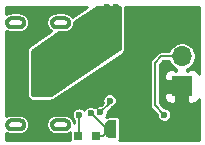
<source format=gbl>
G04 #@! TF.GenerationSoftware,KiCad,Pcbnew,(5.1.10)-1*
G04 #@! TF.CreationDate,2021-08-01T16:11:52+09:00*
G04 #@! TF.ProjectId,IP2721_15V,49503237-3231-45f3-9135-562e6b696361,rev?*
G04 #@! TF.SameCoordinates,Original*
G04 #@! TF.FileFunction,Copper,L2,Bot*
G04 #@! TF.FilePolarity,Positive*
%FSLAX46Y46*%
G04 Gerber Fmt 4.6, Leading zero omitted, Abs format (unit mm)*
G04 Created by KiCad (PCBNEW (5.1.10)-1) date 2021-08-01 16:11:52*
%MOMM*%
%LPD*%
G01*
G04 APERTURE LIST*
G04 #@! TA.AperFunction,EtchedComponent*
%ADD10C,0.010000*%
G04 #@! TD*
G04 #@! TA.AperFunction,SMDPad,CuDef*
%ADD11C,0.152400*%
G04 #@! TD*
G04 #@! TA.AperFunction,SMDPad,CuDef*
%ADD12R,0.800000X0.750000*%
G04 #@! TD*
G04 #@! TA.AperFunction,ComponentPad*
%ADD13O,1.700000X1.700000*%
G04 #@! TD*
G04 #@! TA.AperFunction,ComponentPad*
%ADD14R,1.700000X1.700000*%
G04 #@! TD*
G04 #@! TA.AperFunction,ViaPad*
%ADD15C,0.600000*%
G04 #@! TD*
G04 #@! TA.AperFunction,Conductor*
%ADD16C,0.200000*%
G04 #@! TD*
G04 #@! TA.AperFunction,Conductor*
%ADD17C,0.254000*%
G04 #@! TD*
G04 #@! TA.AperFunction,Conductor*
%ADD18C,0.152400*%
G04 #@! TD*
G04 APERTURE END LIST*
D10*
G36*
X137900000Y-75930000D02*
G01*
X138250000Y-75930000D01*
X138263084Y-75929657D01*
X138276132Y-75928630D01*
X138289109Y-75926922D01*
X138301978Y-75924537D01*
X138314705Y-75921481D01*
X138327254Y-75917764D01*
X138339592Y-75913395D01*
X138351684Y-75908386D01*
X138363498Y-75902752D01*
X138375000Y-75896506D01*
X138386160Y-75889668D01*
X138396946Y-75882254D01*
X138407330Y-75874286D01*
X138417283Y-75865786D01*
X138426777Y-75856777D01*
X138435786Y-75847283D01*
X138444286Y-75837330D01*
X138452254Y-75826946D01*
X138459668Y-75816160D01*
X138466506Y-75805000D01*
X138472752Y-75793498D01*
X138478386Y-75781684D01*
X138483395Y-75769592D01*
X138487764Y-75757254D01*
X138491481Y-75744705D01*
X138494537Y-75731978D01*
X138496922Y-75719109D01*
X138498630Y-75706132D01*
X138499657Y-75693084D01*
X138500000Y-75680000D01*
X138499657Y-75666916D01*
X138498630Y-75653868D01*
X138496922Y-75640891D01*
X138494537Y-75628022D01*
X138491481Y-75615295D01*
X138487764Y-75602746D01*
X138483395Y-75590408D01*
X138478386Y-75578316D01*
X138472752Y-75566502D01*
X138466506Y-75555000D01*
X138459668Y-75543840D01*
X138452254Y-75533054D01*
X138444286Y-75522670D01*
X138435786Y-75512717D01*
X138426777Y-75503223D01*
X138417283Y-75494214D01*
X138407330Y-75485714D01*
X138396946Y-75477746D01*
X138386160Y-75470332D01*
X138375000Y-75463494D01*
X138363498Y-75457248D01*
X138351684Y-75451614D01*
X138339592Y-75446605D01*
X138327254Y-75442236D01*
X138314705Y-75438519D01*
X138301978Y-75435463D01*
X138289109Y-75433078D01*
X138276132Y-75431370D01*
X138263084Y-75430343D01*
X138250000Y-75430000D01*
X137550000Y-75430000D01*
X137536916Y-75430343D01*
X137523868Y-75431370D01*
X137510891Y-75433078D01*
X137498022Y-75435463D01*
X137485295Y-75438519D01*
X137472746Y-75442236D01*
X137460408Y-75446605D01*
X137448316Y-75451614D01*
X137436502Y-75457248D01*
X137425000Y-75463494D01*
X137413840Y-75470332D01*
X137403054Y-75477746D01*
X137392670Y-75485714D01*
X137382717Y-75494214D01*
X137373223Y-75503223D01*
X137364214Y-75512717D01*
X137355714Y-75522670D01*
X137347746Y-75533054D01*
X137340332Y-75543840D01*
X137333494Y-75555000D01*
X137327248Y-75566502D01*
X137321614Y-75578316D01*
X137316605Y-75590408D01*
X137312236Y-75602746D01*
X137308519Y-75615295D01*
X137305463Y-75628022D01*
X137303078Y-75640891D01*
X137301370Y-75653868D01*
X137300343Y-75666916D01*
X137300000Y-75680000D01*
X137300343Y-75693084D01*
X137301370Y-75706132D01*
X137303078Y-75719109D01*
X137305463Y-75731978D01*
X137308519Y-75744705D01*
X137312236Y-75757254D01*
X137316605Y-75769592D01*
X137321614Y-75781684D01*
X137327248Y-75793498D01*
X137333494Y-75805000D01*
X137340332Y-75816160D01*
X137347746Y-75826946D01*
X137355714Y-75837330D01*
X137364214Y-75847283D01*
X137373223Y-75856777D01*
X137382717Y-75865786D01*
X137392670Y-75874286D01*
X137403054Y-75882254D01*
X137413840Y-75889668D01*
X137425000Y-75896506D01*
X137436502Y-75902752D01*
X137448316Y-75908386D01*
X137460408Y-75913395D01*
X137472746Y-75917764D01*
X137485295Y-75921481D01*
X137498022Y-75924537D01*
X137510891Y-75926922D01*
X137523868Y-75928630D01*
X137536916Y-75929657D01*
X137550000Y-75930000D01*
X137890000Y-75930000D01*
X137890000Y-76180000D01*
X137550000Y-76180000D01*
X137523832Y-76179315D01*
X137497736Y-76177261D01*
X137471783Y-76173844D01*
X137446044Y-76169074D01*
X137420590Y-76162963D01*
X137395492Y-76155528D01*
X137370816Y-76146790D01*
X137346632Y-76136773D01*
X137323005Y-76125503D01*
X137300000Y-76113013D01*
X137277680Y-76099335D01*
X137256107Y-76084508D01*
X137235340Y-76068573D01*
X137215435Y-76051572D01*
X137196447Y-76033553D01*
X137178428Y-76014565D01*
X137161427Y-75994660D01*
X137145492Y-75973893D01*
X137130665Y-75952320D01*
X137116987Y-75930000D01*
X137104497Y-75906995D01*
X137093227Y-75883368D01*
X137083210Y-75859184D01*
X137074472Y-75834508D01*
X137067037Y-75809410D01*
X137060926Y-75783956D01*
X137056156Y-75758217D01*
X137052739Y-75732264D01*
X137050685Y-75706168D01*
X137050000Y-75680000D01*
X137050685Y-75653832D01*
X137052739Y-75627736D01*
X137056156Y-75601783D01*
X137060926Y-75576044D01*
X137067037Y-75550590D01*
X137074472Y-75525492D01*
X137083210Y-75500816D01*
X137093227Y-75476632D01*
X137104497Y-75453005D01*
X137116987Y-75430000D01*
X137130665Y-75407680D01*
X137145492Y-75386107D01*
X137161427Y-75365340D01*
X137178428Y-75345435D01*
X137196447Y-75326447D01*
X137215435Y-75308428D01*
X137235340Y-75291427D01*
X137256107Y-75275492D01*
X137277680Y-75260665D01*
X137300000Y-75246987D01*
X137323005Y-75234497D01*
X137346632Y-75223227D01*
X137370816Y-75213210D01*
X137395492Y-75204472D01*
X137420590Y-75197037D01*
X137446044Y-75190926D01*
X137471783Y-75186156D01*
X137497736Y-75182739D01*
X137523832Y-75180685D01*
X137550000Y-75180000D01*
X138250000Y-75180000D01*
X138276168Y-75180685D01*
X138302264Y-75182739D01*
X138328217Y-75186156D01*
X138353956Y-75190926D01*
X138379410Y-75197037D01*
X138404508Y-75204472D01*
X138429184Y-75213210D01*
X138453368Y-75223227D01*
X138476995Y-75234497D01*
X138500000Y-75246987D01*
X138522320Y-75260665D01*
X138543893Y-75275492D01*
X138564660Y-75291427D01*
X138584565Y-75308428D01*
X138603553Y-75326447D01*
X138621572Y-75345435D01*
X138638573Y-75365340D01*
X138654508Y-75386107D01*
X138669335Y-75407680D01*
X138683013Y-75430000D01*
X138695503Y-75453005D01*
X138706773Y-75476632D01*
X138716790Y-75500816D01*
X138725528Y-75525492D01*
X138732963Y-75550590D01*
X138739074Y-75576044D01*
X138743844Y-75601783D01*
X138747261Y-75627736D01*
X138749315Y-75653832D01*
X138750000Y-75680000D01*
X138749315Y-75706168D01*
X138747261Y-75732264D01*
X138743844Y-75758217D01*
X138739074Y-75783956D01*
X138732963Y-75809410D01*
X138725528Y-75834508D01*
X138716790Y-75859184D01*
X138706773Y-75883368D01*
X138695503Y-75906995D01*
X138683013Y-75930000D01*
X138669335Y-75952320D01*
X138654508Y-75973893D01*
X138638573Y-75994660D01*
X138621572Y-76014565D01*
X138603553Y-76033553D01*
X138584565Y-76051572D01*
X138564660Y-76068573D01*
X138543893Y-76084508D01*
X138522320Y-76099335D01*
X138500000Y-76113013D01*
X138476995Y-76125503D01*
X138453368Y-76136773D01*
X138429184Y-76146790D01*
X138404508Y-76155528D01*
X138379410Y-76162963D01*
X138353956Y-76169074D01*
X138328217Y-76173844D01*
X138302264Y-76177261D01*
X138276168Y-76179315D01*
X138250000Y-76180000D01*
X137900000Y-76180000D01*
X137900000Y-75930000D01*
G37*
X137900000Y-75930000D02*
X138250000Y-75930000D01*
X138263084Y-75929657D01*
X138276132Y-75928630D01*
X138289109Y-75926922D01*
X138301978Y-75924537D01*
X138314705Y-75921481D01*
X138327254Y-75917764D01*
X138339592Y-75913395D01*
X138351684Y-75908386D01*
X138363498Y-75902752D01*
X138375000Y-75896506D01*
X138386160Y-75889668D01*
X138396946Y-75882254D01*
X138407330Y-75874286D01*
X138417283Y-75865786D01*
X138426777Y-75856777D01*
X138435786Y-75847283D01*
X138444286Y-75837330D01*
X138452254Y-75826946D01*
X138459668Y-75816160D01*
X138466506Y-75805000D01*
X138472752Y-75793498D01*
X138478386Y-75781684D01*
X138483395Y-75769592D01*
X138487764Y-75757254D01*
X138491481Y-75744705D01*
X138494537Y-75731978D01*
X138496922Y-75719109D01*
X138498630Y-75706132D01*
X138499657Y-75693084D01*
X138500000Y-75680000D01*
X138499657Y-75666916D01*
X138498630Y-75653868D01*
X138496922Y-75640891D01*
X138494537Y-75628022D01*
X138491481Y-75615295D01*
X138487764Y-75602746D01*
X138483395Y-75590408D01*
X138478386Y-75578316D01*
X138472752Y-75566502D01*
X138466506Y-75555000D01*
X138459668Y-75543840D01*
X138452254Y-75533054D01*
X138444286Y-75522670D01*
X138435786Y-75512717D01*
X138426777Y-75503223D01*
X138417283Y-75494214D01*
X138407330Y-75485714D01*
X138396946Y-75477746D01*
X138386160Y-75470332D01*
X138375000Y-75463494D01*
X138363498Y-75457248D01*
X138351684Y-75451614D01*
X138339592Y-75446605D01*
X138327254Y-75442236D01*
X138314705Y-75438519D01*
X138301978Y-75435463D01*
X138289109Y-75433078D01*
X138276132Y-75431370D01*
X138263084Y-75430343D01*
X138250000Y-75430000D01*
X137550000Y-75430000D01*
X137536916Y-75430343D01*
X137523868Y-75431370D01*
X137510891Y-75433078D01*
X137498022Y-75435463D01*
X137485295Y-75438519D01*
X137472746Y-75442236D01*
X137460408Y-75446605D01*
X137448316Y-75451614D01*
X137436502Y-75457248D01*
X137425000Y-75463494D01*
X137413840Y-75470332D01*
X137403054Y-75477746D01*
X137392670Y-75485714D01*
X137382717Y-75494214D01*
X137373223Y-75503223D01*
X137364214Y-75512717D01*
X137355714Y-75522670D01*
X137347746Y-75533054D01*
X137340332Y-75543840D01*
X137333494Y-75555000D01*
X137327248Y-75566502D01*
X137321614Y-75578316D01*
X137316605Y-75590408D01*
X137312236Y-75602746D01*
X137308519Y-75615295D01*
X137305463Y-75628022D01*
X137303078Y-75640891D01*
X137301370Y-75653868D01*
X137300343Y-75666916D01*
X137300000Y-75680000D01*
X137300343Y-75693084D01*
X137301370Y-75706132D01*
X137303078Y-75719109D01*
X137305463Y-75731978D01*
X137308519Y-75744705D01*
X137312236Y-75757254D01*
X137316605Y-75769592D01*
X137321614Y-75781684D01*
X137327248Y-75793498D01*
X137333494Y-75805000D01*
X137340332Y-75816160D01*
X137347746Y-75826946D01*
X137355714Y-75837330D01*
X137364214Y-75847283D01*
X137373223Y-75856777D01*
X137382717Y-75865786D01*
X137392670Y-75874286D01*
X137403054Y-75882254D01*
X137413840Y-75889668D01*
X137425000Y-75896506D01*
X137436502Y-75902752D01*
X137448316Y-75908386D01*
X137460408Y-75913395D01*
X137472746Y-75917764D01*
X137485295Y-75921481D01*
X137498022Y-75924537D01*
X137510891Y-75926922D01*
X137523868Y-75928630D01*
X137536916Y-75929657D01*
X137550000Y-75930000D01*
X137890000Y-75930000D01*
X137890000Y-76180000D01*
X137550000Y-76180000D01*
X137523832Y-76179315D01*
X137497736Y-76177261D01*
X137471783Y-76173844D01*
X137446044Y-76169074D01*
X137420590Y-76162963D01*
X137395492Y-76155528D01*
X137370816Y-76146790D01*
X137346632Y-76136773D01*
X137323005Y-76125503D01*
X137300000Y-76113013D01*
X137277680Y-76099335D01*
X137256107Y-76084508D01*
X137235340Y-76068573D01*
X137215435Y-76051572D01*
X137196447Y-76033553D01*
X137178428Y-76014565D01*
X137161427Y-75994660D01*
X137145492Y-75973893D01*
X137130665Y-75952320D01*
X137116987Y-75930000D01*
X137104497Y-75906995D01*
X137093227Y-75883368D01*
X137083210Y-75859184D01*
X137074472Y-75834508D01*
X137067037Y-75809410D01*
X137060926Y-75783956D01*
X137056156Y-75758217D01*
X137052739Y-75732264D01*
X137050685Y-75706168D01*
X137050000Y-75680000D01*
X137050685Y-75653832D01*
X137052739Y-75627736D01*
X137056156Y-75601783D01*
X137060926Y-75576044D01*
X137067037Y-75550590D01*
X137074472Y-75525492D01*
X137083210Y-75500816D01*
X137093227Y-75476632D01*
X137104497Y-75453005D01*
X137116987Y-75430000D01*
X137130665Y-75407680D01*
X137145492Y-75386107D01*
X137161427Y-75365340D01*
X137178428Y-75345435D01*
X137196447Y-75326447D01*
X137215435Y-75308428D01*
X137235340Y-75291427D01*
X137256107Y-75275492D01*
X137277680Y-75260665D01*
X137300000Y-75246987D01*
X137323005Y-75234497D01*
X137346632Y-75223227D01*
X137370816Y-75213210D01*
X137395492Y-75204472D01*
X137420590Y-75197037D01*
X137446044Y-75190926D01*
X137471783Y-75186156D01*
X137497736Y-75182739D01*
X137523832Y-75180685D01*
X137550000Y-75180000D01*
X138250000Y-75180000D01*
X138276168Y-75180685D01*
X138302264Y-75182739D01*
X138328217Y-75186156D01*
X138353956Y-75190926D01*
X138379410Y-75197037D01*
X138404508Y-75204472D01*
X138429184Y-75213210D01*
X138453368Y-75223227D01*
X138476995Y-75234497D01*
X138500000Y-75246987D01*
X138522320Y-75260665D01*
X138543893Y-75275492D01*
X138564660Y-75291427D01*
X138584565Y-75308428D01*
X138603553Y-75326447D01*
X138621572Y-75345435D01*
X138638573Y-75365340D01*
X138654508Y-75386107D01*
X138669335Y-75407680D01*
X138683013Y-75430000D01*
X138695503Y-75453005D01*
X138706773Y-75476632D01*
X138716790Y-75500816D01*
X138725528Y-75525492D01*
X138732963Y-75550590D01*
X138739074Y-75576044D01*
X138743844Y-75601783D01*
X138747261Y-75627736D01*
X138749315Y-75653832D01*
X138750000Y-75680000D01*
X138749315Y-75706168D01*
X138747261Y-75732264D01*
X138743844Y-75758217D01*
X138739074Y-75783956D01*
X138732963Y-75809410D01*
X138725528Y-75834508D01*
X138716790Y-75859184D01*
X138706773Y-75883368D01*
X138695503Y-75906995D01*
X138683013Y-75930000D01*
X138669335Y-75952320D01*
X138654508Y-75973893D01*
X138638573Y-75994660D01*
X138621572Y-76014565D01*
X138603553Y-76033553D01*
X138584565Y-76051572D01*
X138564660Y-76068573D01*
X138543893Y-76084508D01*
X138522320Y-76099335D01*
X138500000Y-76113013D01*
X138476995Y-76125503D01*
X138453368Y-76136773D01*
X138429184Y-76146790D01*
X138404508Y-76155528D01*
X138379410Y-76162963D01*
X138353956Y-76169074D01*
X138328217Y-76173844D01*
X138302264Y-76177261D01*
X138276168Y-76179315D01*
X138250000Y-76180000D01*
X137900000Y-76180000D01*
X137900000Y-75930000D01*
G36*
X137900000Y-84570000D02*
G01*
X138250000Y-84570000D01*
X138263084Y-84569657D01*
X138276132Y-84568630D01*
X138289109Y-84566922D01*
X138301978Y-84564537D01*
X138314705Y-84561481D01*
X138327254Y-84557764D01*
X138339592Y-84553395D01*
X138351684Y-84548386D01*
X138363498Y-84542752D01*
X138375000Y-84536506D01*
X138386160Y-84529668D01*
X138396946Y-84522254D01*
X138407330Y-84514286D01*
X138417283Y-84505786D01*
X138426777Y-84496777D01*
X138435786Y-84487283D01*
X138444286Y-84477330D01*
X138452254Y-84466946D01*
X138459668Y-84456160D01*
X138466506Y-84445000D01*
X138472752Y-84433498D01*
X138478386Y-84421684D01*
X138483395Y-84409592D01*
X138487764Y-84397254D01*
X138491481Y-84384705D01*
X138494537Y-84371978D01*
X138496922Y-84359109D01*
X138498630Y-84346132D01*
X138499657Y-84333084D01*
X138500000Y-84320000D01*
X138499657Y-84306916D01*
X138498630Y-84293868D01*
X138496922Y-84280891D01*
X138494537Y-84268022D01*
X138491481Y-84255295D01*
X138487764Y-84242746D01*
X138483395Y-84230408D01*
X138478386Y-84218316D01*
X138472752Y-84206502D01*
X138466506Y-84195000D01*
X138459668Y-84183840D01*
X138452254Y-84173054D01*
X138444286Y-84162670D01*
X138435786Y-84152717D01*
X138426777Y-84143223D01*
X138417283Y-84134214D01*
X138407330Y-84125714D01*
X138396946Y-84117746D01*
X138386160Y-84110332D01*
X138375000Y-84103494D01*
X138363498Y-84097248D01*
X138351684Y-84091614D01*
X138339592Y-84086605D01*
X138327254Y-84082236D01*
X138314705Y-84078519D01*
X138301978Y-84075463D01*
X138289109Y-84073078D01*
X138276132Y-84071370D01*
X138263084Y-84070343D01*
X138250000Y-84070000D01*
X137550000Y-84070000D01*
X137536916Y-84070343D01*
X137523868Y-84071370D01*
X137510891Y-84073078D01*
X137498022Y-84075463D01*
X137485295Y-84078519D01*
X137472746Y-84082236D01*
X137460408Y-84086605D01*
X137448316Y-84091614D01*
X137436502Y-84097248D01*
X137425000Y-84103494D01*
X137413840Y-84110332D01*
X137403054Y-84117746D01*
X137392670Y-84125714D01*
X137382717Y-84134214D01*
X137373223Y-84143223D01*
X137364214Y-84152717D01*
X137355714Y-84162670D01*
X137347746Y-84173054D01*
X137340332Y-84183840D01*
X137333494Y-84195000D01*
X137327248Y-84206502D01*
X137321614Y-84218316D01*
X137316605Y-84230408D01*
X137312236Y-84242746D01*
X137308519Y-84255295D01*
X137305463Y-84268022D01*
X137303078Y-84280891D01*
X137301370Y-84293868D01*
X137300343Y-84306916D01*
X137300000Y-84320000D01*
X137300343Y-84333084D01*
X137301370Y-84346132D01*
X137303078Y-84359109D01*
X137305463Y-84371978D01*
X137308519Y-84384705D01*
X137312236Y-84397254D01*
X137316605Y-84409592D01*
X137321614Y-84421684D01*
X137327248Y-84433498D01*
X137333494Y-84445000D01*
X137340332Y-84456160D01*
X137347746Y-84466946D01*
X137355714Y-84477330D01*
X137364214Y-84487283D01*
X137373223Y-84496777D01*
X137382717Y-84505786D01*
X137392670Y-84514286D01*
X137403054Y-84522254D01*
X137413840Y-84529668D01*
X137425000Y-84536506D01*
X137436502Y-84542752D01*
X137448316Y-84548386D01*
X137460408Y-84553395D01*
X137472746Y-84557764D01*
X137485295Y-84561481D01*
X137498022Y-84564537D01*
X137510891Y-84566922D01*
X137523868Y-84568630D01*
X137536916Y-84569657D01*
X137550000Y-84570000D01*
X137890000Y-84570000D01*
X137890000Y-84820000D01*
X137550000Y-84820000D01*
X137523832Y-84819315D01*
X137497736Y-84817261D01*
X137471783Y-84813844D01*
X137446044Y-84809074D01*
X137420590Y-84802963D01*
X137395492Y-84795528D01*
X137370816Y-84786790D01*
X137346632Y-84776773D01*
X137323005Y-84765503D01*
X137300000Y-84753013D01*
X137277680Y-84739335D01*
X137256107Y-84724508D01*
X137235340Y-84708573D01*
X137215435Y-84691572D01*
X137196447Y-84673553D01*
X137178428Y-84654565D01*
X137161427Y-84634660D01*
X137145492Y-84613893D01*
X137130665Y-84592320D01*
X137116987Y-84570000D01*
X137104497Y-84546995D01*
X137093227Y-84523368D01*
X137083210Y-84499184D01*
X137074472Y-84474508D01*
X137067037Y-84449410D01*
X137060926Y-84423956D01*
X137056156Y-84398217D01*
X137052739Y-84372264D01*
X137050685Y-84346168D01*
X137050000Y-84320000D01*
X137050685Y-84293832D01*
X137052739Y-84267736D01*
X137056156Y-84241783D01*
X137060926Y-84216044D01*
X137067037Y-84190590D01*
X137074472Y-84165492D01*
X137083210Y-84140816D01*
X137093227Y-84116632D01*
X137104497Y-84093005D01*
X137116987Y-84070000D01*
X137130665Y-84047680D01*
X137145492Y-84026107D01*
X137161427Y-84005340D01*
X137178428Y-83985435D01*
X137196447Y-83966447D01*
X137215435Y-83948428D01*
X137235340Y-83931427D01*
X137256107Y-83915492D01*
X137277680Y-83900665D01*
X137300000Y-83886987D01*
X137323005Y-83874497D01*
X137346632Y-83863227D01*
X137370816Y-83853210D01*
X137395492Y-83844472D01*
X137420590Y-83837037D01*
X137446044Y-83830926D01*
X137471783Y-83826156D01*
X137497736Y-83822739D01*
X137523832Y-83820685D01*
X137550000Y-83820000D01*
X138250000Y-83820000D01*
X138276168Y-83820685D01*
X138302264Y-83822739D01*
X138328217Y-83826156D01*
X138353956Y-83830926D01*
X138379410Y-83837037D01*
X138404508Y-83844472D01*
X138429184Y-83853210D01*
X138453368Y-83863227D01*
X138476995Y-83874497D01*
X138500000Y-83886987D01*
X138522320Y-83900665D01*
X138543893Y-83915492D01*
X138564660Y-83931427D01*
X138584565Y-83948428D01*
X138603553Y-83966447D01*
X138621572Y-83985435D01*
X138638573Y-84005340D01*
X138654508Y-84026107D01*
X138669335Y-84047680D01*
X138683013Y-84070000D01*
X138695503Y-84093005D01*
X138706773Y-84116632D01*
X138716790Y-84140816D01*
X138725528Y-84165492D01*
X138732963Y-84190590D01*
X138739074Y-84216044D01*
X138743844Y-84241783D01*
X138747261Y-84267736D01*
X138749315Y-84293832D01*
X138750000Y-84320000D01*
X138749315Y-84346168D01*
X138747261Y-84372264D01*
X138743844Y-84398217D01*
X138739074Y-84423956D01*
X138732963Y-84449410D01*
X138725528Y-84474508D01*
X138716790Y-84499184D01*
X138706773Y-84523368D01*
X138695503Y-84546995D01*
X138683013Y-84570000D01*
X138669335Y-84592320D01*
X138654508Y-84613893D01*
X138638573Y-84634660D01*
X138621572Y-84654565D01*
X138603553Y-84673553D01*
X138584565Y-84691572D01*
X138564660Y-84708573D01*
X138543893Y-84724508D01*
X138522320Y-84739335D01*
X138500000Y-84753013D01*
X138476995Y-84765503D01*
X138453368Y-84776773D01*
X138429184Y-84786790D01*
X138404508Y-84795528D01*
X138379410Y-84802963D01*
X138353956Y-84809074D01*
X138328217Y-84813844D01*
X138302264Y-84817261D01*
X138276168Y-84819315D01*
X138250000Y-84820000D01*
X137900000Y-84820000D01*
X137900000Y-84570000D01*
G37*
X137900000Y-84570000D02*
X138250000Y-84570000D01*
X138263084Y-84569657D01*
X138276132Y-84568630D01*
X138289109Y-84566922D01*
X138301978Y-84564537D01*
X138314705Y-84561481D01*
X138327254Y-84557764D01*
X138339592Y-84553395D01*
X138351684Y-84548386D01*
X138363498Y-84542752D01*
X138375000Y-84536506D01*
X138386160Y-84529668D01*
X138396946Y-84522254D01*
X138407330Y-84514286D01*
X138417283Y-84505786D01*
X138426777Y-84496777D01*
X138435786Y-84487283D01*
X138444286Y-84477330D01*
X138452254Y-84466946D01*
X138459668Y-84456160D01*
X138466506Y-84445000D01*
X138472752Y-84433498D01*
X138478386Y-84421684D01*
X138483395Y-84409592D01*
X138487764Y-84397254D01*
X138491481Y-84384705D01*
X138494537Y-84371978D01*
X138496922Y-84359109D01*
X138498630Y-84346132D01*
X138499657Y-84333084D01*
X138500000Y-84320000D01*
X138499657Y-84306916D01*
X138498630Y-84293868D01*
X138496922Y-84280891D01*
X138494537Y-84268022D01*
X138491481Y-84255295D01*
X138487764Y-84242746D01*
X138483395Y-84230408D01*
X138478386Y-84218316D01*
X138472752Y-84206502D01*
X138466506Y-84195000D01*
X138459668Y-84183840D01*
X138452254Y-84173054D01*
X138444286Y-84162670D01*
X138435786Y-84152717D01*
X138426777Y-84143223D01*
X138417283Y-84134214D01*
X138407330Y-84125714D01*
X138396946Y-84117746D01*
X138386160Y-84110332D01*
X138375000Y-84103494D01*
X138363498Y-84097248D01*
X138351684Y-84091614D01*
X138339592Y-84086605D01*
X138327254Y-84082236D01*
X138314705Y-84078519D01*
X138301978Y-84075463D01*
X138289109Y-84073078D01*
X138276132Y-84071370D01*
X138263084Y-84070343D01*
X138250000Y-84070000D01*
X137550000Y-84070000D01*
X137536916Y-84070343D01*
X137523868Y-84071370D01*
X137510891Y-84073078D01*
X137498022Y-84075463D01*
X137485295Y-84078519D01*
X137472746Y-84082236D01*
X137460408Y-84086605D01*
X137448316Y-84091614D01*
X137436502Y-84097248D01*
X137425000Y-84103494D01*
X137413840Y-84110332D01*
X137403054Y-84117746D01*
X137392670Y-84125714D01*
X137382717Y-84134214D01*
X137373223Y-84143223D01*
X137364214Y-84152717D01*
X137355714Y-84162670D01*
X137347746Y-84173054D01*
X137340332Y-84183840D01*
X137333494Y-84195000D01*
X137327248Y-84206502D01*
X137321614Y-84218316D01*
X137316605Y-84230408D01*
X137312236Y-84242746D01*
X137308519Y-84255295D01*
X137305463Y-84268022D01*
X137303078Y-84280891D01*
X137301370Y-84293868D01*
X137300343Y-84306916D01*
X137300000Y-84320000D01*
X137300343Y-84333084D01*
X137301370Y-84346132D01*
X137303078Y-84359109D01*
X137305463Y-84371978D01*
X137308519Y-84384705D01*
X137312236Y-84397254D01*
X137316605Y-84409592D01*
X137321614Y-84421684D01*
X137327248Y-84433498D01*
X137333494Y-84445000D01*
X137340332Y-84456160D01*
X137347746Y-84466946D01*
X137355714Y-84477330D01*
X137364214Y-84487283D01*
X137373223Y-84496777D01*
X137382717Y-84505786D01*
X137392670Y-84514286D01*
X137403054Y-84522254D01*
X137413840Y-84529668D01*
X137425000Y-84536506D01*
X137436502Y-84542752D01*
X137448316Y-84548386D01*
X137460408Y-84553395D01*
X137472746Y-84557764D01*
X137485295Y-84561481D01*
X137498022Y-84564537D01*
X137510891Y-84566922D01*
X137523868Y-84568630D01*
X137536916Y-84569657D01*
X137550000Y-84570000D01*
X137890000Y-84570000D01*
X137890000Y-84820000D01*
X137550000Y-84820000D01*
X137523832Y-84819315D01*
X137497736Y-84817261D01*
X137471783Y-84813844D01*
X137446044Y-84809074D01*
X137420590Y-84802963D01*
X137395492Y-84795528D01*
X137370816Y-84786790D01*
X137346632Y-84776773D01*
X137323005Y-84765503D01*
X137300000Y-84753013D01*
X137277680Y-84739335D01*
X137256107Y-84724508D01*
X137235340Y-84708573D01*
X137215435Y-84691572D01*
X137196447Y-84673553D01*
X137178428Y-84654565D01*
X137161427Y-84634660D01*
X137145492Y-84613893D01*
X137130665Y-84592320D01*
X137116987Y-84570000D01*
X137104497Y-84546995D01*
X137093227Y-84523368D01*
X137083210Y-84499184D01*
X137074472Y-84474508D01*
X137067037Y-84449410D01*
X137060926Y-84423956D01*
X137056156Y-84398217D01*
X137052739Y-84372264D01*
X137050685Y-84346168D01*
X137050000Y-84320000D01*
X137050685Y-84293832D01*
X137052739Y-84267736D01*
X137056156Y-84241783D01*
X137060926Y-84216044D01*
X137067037Y-84190590D01*
X137074472Y-84165492D01*
X137083210Y-84140816D01*
X137093227Y-84116632D01*
X137104497Y-84093005D01*
X137116987Y-84070000D01*
X137130665Y-84047680D01*
X137145492Y-84026107D01*
X137161427Y-84005340D01*
X137178428Y-83985435D01*
X137196447Y-83966447D01*
X137215435Y-83948428D01*
X137235340Y-83931427D01*
X137256107Y-83915492D01*
X137277680Y-83900665D01*
X137300000Y-83886987D01*
X137323005Y-83874497D01*
X137346632Y-83863227D01*
X137370816Y-83853210D01*
X137395492Y-83844472D01*
X137420590Y-83837037D01*
X137446044Y-83830926D01*
X137471783Y-83826156D01*
X137497736Y-83822739D01*
X137523832Y-83820685D01*
X137550000Y-83820000D01*
X138250000Y-83820000D01*
X138276168Y-83820685D01*
X138302264Y-83822739D01*
X138328217Y-83826156D01*
X138353956Y-83830926D01*
X138379410Y-83837037D01*
X138404508Y-83844472D01*
X138429184Y-83853210D01*
X138453368Y-83863227D01*
X138476995Y-83874497D01*
X138500000Y-83886987D01*
X138522320Y-83900665D01*
X138543893Y-83915492D01*
X138564660Y-83931427D01*
X138584565Y-83948428D01*
X138603553Y-83966447D01*
X138621572Y-83985435D01*
X138638573Y-84005340D01*
X138654508Y-84026107D01*
X138669335Y-84047680D01*
X138683013Y-84070000D01*
X138695503Y-84093005D01*
X138706773Y-84116632D01*
X138716790Y-84140816D01*
X138725528Y-84165492D01*
X138732963Y-84190590D01*
X138739074Y-84216044D01*
X138743844Y-84241783D01*
X138747261Y-84267736D01*
X138749315Y-84293832D01*
X138750000Y-84320000D01*
X138749315Y-84346168D01*
X138747261Y-84372264D01*
X138743844Y-84398217D01*
X138739074Y-84423956D01*
X138732963Y-84449410D01*
X138725528Y-84474508D01*
X138716790Y-84499184D01*
X138706773Y-84523368D01*
X138695503Y-84546995D01*
X138683013Y-84570000D01*
X138669335Y-84592320D01*
X138654508Y-84613893D01*
X138638573Y-84634660D01*
X138621572Y-84654565D01*
X138603553Y-84673553D01*
X138584565Y-84691572D01*
X138564660Y-84708573D01*
X138543893Y-84724508D01*
X138522320Y-84739335D01*
X138500000Y-84753013D01*
X138476995Y-84765503D01*
X138453368Y-84776773D01*
X138429184Y-84786790D01*
X138404508Y-84795528D01*
X138379410Y-84802963D01*
X138353956Y-84809074D01*
X138328217Y-84813844D01*
X138302264Y-84817261D01*
X138276168Y-84819315D01*
X138250000Y-84820000D01*
X137900000Y-84820000D01*
X137900000Y-84570000D01*
G36*
X134100000Y-75930000D02*
G01*
X134450000Y-75930000D01*
X134463084Y-75929657D01*
X134476132Y-75928630D01*
X134489109Y-75926922D01*
X134501978Y-75924537D01*
X134514705Y-75921481D01*
X134527254Y-75917764D01*
X134539592Y-75913395D01*
X134551684Y-75908386D01*
X134563498Y-75902752D01*
X134575000Y-75896506D01*
X134586160Y-75889668D01*
X134596946Y-75882254D01*
X134607330Y-75874286D01*
X134617283Y-75865786D01*
X134626777Y-75856777D01*
X134635786Y-75847283D01*
X134644286Y-75837330D01*
X134652254Y-75826946D01*
X134659668Y-75816160D01*
X134666506Y-75805000D01*
X134672752Y-75793498D01*
X134678386Y-75781684D01*
X134683395Y-75769592D01*
X134687764Y-75757254D01*
X134691481Y-75744705D01*
X134694537Y-75731978D01*
X134696922Y-75719109D01*
X134698630Y-75706132D01*
X134699657Y-75693084D01*
X134700000Y-75680000D01*
X134699657Y-75666916D01*
X134698630Y-75653868D01*
X134696922Y-75640891D01*
X134694537Y-75628022D01*
X134691481Y-75615295D01*
X134687764Y-75602746D01*
X134683395Y-75590408D01*
X134678386Y-75578316D01*
X134672752Y-75566502D01*
X134666506Y-75555000D01*
X134659668Y-75543840D01*
X134652254Y-75533054D01*
X134644286Y-75522670D01*
X134635786Y-75512717D01*
X134626777Y-75503223D01*
X134617283Y-75494214D01*
X134607330Y-75485714D01*
X134596946Y-75477746D01*
X134586160Y-75470332D01*
X134575000Y-75463494D01*
X134563498Y-75457248D01*
X134551684Y-75451614D01*
X134539592Y-75446605D01*
X134527254Y-75442236D01*
X134514705Y-75438519D01*
X134501978Y-75435463D01*
X134489109Y-75433078D01*
X134476132Y-75431370D01*
X134463084Y-75430343D01*
X134450000Y-75430000D01*
X133750000Y-75430000D01*
X133736916Y-75430343D01*
X133723868Y-75431370D01*
X133710891Y-75433078D01*
X133698022Y-75435463D01*
X133685295Y-75438519D01*
X133672746Y-75442236D01*
X133660408Y-75446605D01*
X133648316Y-75451614D01*
X133636502Y-75457248D01*
X133625000Y-75463494D01*
X133613840Y-75470332D01*
X133603054Y-75477746D01*
X133592670Y-75485714D01*
X133582717Y-75494214D01*
X133573223Y-75503223D01*
X133564214Y-75512717D01*
X133555714Y-75522670D01*
X133547746Y-75533054D01*
X133540332Y-75543840D01*
X133533494Y-75555000D01*
X133527248Y-75566502D01*
X133521614Y-75578316D01*
X133516605Y-75590408D01*
X133512236Y-75602746D01*
X133508519Y-75615295D01*
X133505463Y-75628022D01*
X133503078Y-75640891D01*
X133501370Y-75653868D01*
X133500343Y-75666916D01*
X133500000Y-75680000D01*
X133500343Y-75693084D01*
X133501370Y-75706132D01*
X133503078Y-75719109D01*
X133505463Y-75731978D01*
X133508519Y-75744705D01*
X133512236Y-75757254D01*
X133516605Y-75769592D01*
X133521614Y-75781684D01*
X133527248Y-75793498D01*
X133533494Y-75805000D01*
X133540332Y-75816160D01*
X133547746Y-75826946D01*
X133555714Y-75837330D01*
X133564214Y-75847283D01*
X133573223Y-75856777D01*
X133582717Y-75865786D01*
X133592670Y-75874286D01*
X133603054Y-75882254D01*
X133613840Y-75889668D01*
X133625000Y-75896506D01*
X133636502Y-75902752D01*
X133648316Y-75908386D01*
X133660408Y-75913395D01*
X133672746Y-75917764D01*
X133685295Y-75921481D01*
X133698022Y-75924537D01*
X133710891Y-75926922D01*
X133723868Y-75928630D01*
X133736916Y-75929657D01*
X133750000Y-75930000D01*
X134090000Y-75930000D01*
X134090000Y-76180000D01*
X133750000Y-76180000D01*
X133723832Y-76179315D01*
X133697736Y-76177261D01*
X133671783Y-76173844D01*
X133646044Y-76169074D01*
X133620590Y-76162963D01*
X133595492Y-76155528D01*
X133570816Y-76146790D01*
X133546632Y-76136773D01*
X133523005Y-76125503D01*
X133500000Y-76113013D01*
X133477680Y-76099335D01*
X133456107Y-76084508D01*
X133435340Y-76068573D01*
X133415435Y-76051572D01*
X133396447Y-76033553D01*
X133378428Y-76014565D01*
X133361427Y-75994660D01*
X133345492Y-75973893D01*
X133330665Y-75952320D01*
X133316987Y-75930000D01*
X133304497Y-75906995D01*
X133293227Y-75883368D01*
X133283210Y-75859184D01*
X133274472Y-75834508D01*
X133267037Y-75809410D01*
X133260926Y-75783956D01*
X133256156Y-75758217D01*
X133252739Y-75732264D01*
X133250685Y-75706168D01*
X133250000Y-75680000D01*
X133250685Y-75653832D01*
X133252739Y-75627736D01*
X133256156Y-75601783D01*
X133260926Y-75576044D01*
X133267037Y-75550590D01*
X133274472Y-75525492D01*
X133283210Y-75500816D01*
X133293227Y-75476632D01*
X133304497Y-75453005D01*
X133316987Y-75430000D01*
X133330665Y-75407680D01*
X133345492Y-75386107D01*
X133361427Y-75365340D01*
X133378428Y-75345435D01*
X133396447Y-75326447D01*
X133415435Y-75308428D01*
X133435340Y-75291427D01*
X133456107Y-75275492D01*
X133477680Y-75260665D01*
X133500000Y-75246987D01*
X133523005Y-75234497D01*
X133546632Y-75223227D01*
X133570816Y-75213210D01*
X133595492Y-75204472D01*
X133620590Y-75197037D01*
X133646044Y-75190926D01*
X133671783Y-75186156D01*
X133697736Y-75182739D01*
X133723832Y-75180685D01*
X133750000Y-75180000D01*
X134450000Y-75180000D01*
X134476168Y-75180685D01*
X134502264Y-75182739D01*
X134528217Y-75186156D01*
X134553956Y-75190926D01*
X134579410Y-75197037D01*
X134604508Y-75204472D01*
X134629184Y-75213210D01*
X134653368Y-75223227D01*
X134676995Y-75234497D01*
X134700000Y-75246987D01*
X134722320Y-75260665D01*
X134743893Y-75275492D01*
X134764660Y-75291427D01*
X134784565Y-75308428D01*
X134803553Y-75326447D01*
X134821572Y-75345435D01*
X134838573Y-75365340D01*
X134854508Y-75386107D01*
X134869335Y-75407680D01*
X134883013Y-75430000D01*
X134895503Y-75453005D01*
X134906773Y-75476632D01*
X134916790Y-75500816D01*
X134925528Y-75525492D01*
X134932963Y-75550590D01*
X134939074Y-75576044D01*
X134943844Y-75601783D01*
X134947261Y-75627736D01*
X134949315Y-75653832D01*
X134950000Y-75680000D01*
X134949315Y-75706168D01*
X134947261Y-75732264D01*
X134943844Y-75758217D01*
X134939074Y-75783956D01*
X134932963Y-75809410D01*
X134925528Y-75834508D01*
X134916790Y-75859184D01*
X134906773Y-75883368D01*
X134895503Y-75906995D01*
X134883013Y-75930000D01*
X134869335Y-75952320D01*
X134854508Y-75973893D01*
X134838573Y-75994660D01*
X134821572Y-76014565D01*
X134803553Y-76033553D01*
X134784565Y-76051572D01*
X134764660Y-76068573D01*
X134743893Y-76084508D01*
X134722320Y-76099335D01*
X134700000Y-76113013D01*
X134676995Y-76125503D01*
X134653368Y-76136773D01*
X134629184Y-76146790D01*
X134604508Y-76155528D01*
X134579410Y-76162963D01*
X134553956Y-76169074D01*
X134528217Y-76173844D01*
X134502264Y-76177261D01*
X134476168Y-76179315D01*
X134450000Y-76180000D01*
X134100000Y-76180000D01*
X134100000Y-75930000D01*
G37*
X134100000Y-75930000D02*
X134450000Y-75930000D01*
X134463084Y-75929657D01*
X134476132Y-75928630D01*
X134489109Y-75926922D01*
X134501978Y-75924537D01*
X134514705Y-75921481D01*
X134527254Y-75917764D01*
X134539592Y-75913395D01*
X134551684Y-75908386D01*
X134563498Y-75902752D01*
X134575000Y-75896506D01*
X134586160Y-75889668D01*
X134596946Y-75882254D01*
X134607330Y-75874286D01*
X134617283Y-75865786D01*
X134626777Y-75856777D01*
X134635786Y-75847283D01*
X134644286Y-75837330D01*
X134652254Y-75826946D01*
X134659668Y-75816160D01*
X134666506Y-75805000D01*
X134672752Y-75793498D01*
X134678386Y-75781684D01*
X134683395Y-75769592D01*
X134687764Y-75757254D01*
X134691481Y-75744705D01*
X134694537Y-75731978D01*
X134696922Y-75719109D01*
X134698630Y-75706132D01*
X134699657Y-75693084D01*
X134700000Y-75680000D01*
X134699657Y-75666916D01*
X134698630Y-75653868D01*
X134696922Y-75640891D01*
X134694537Y-75628022D01*
X134691481Y-75615295D01*
X134687764Y-75602746D01*
X134683395Y-75590408D01*
X134678386Y-75578316D01*
X134672752Y-75566502D01*
X134666506Y-75555000D01*
X134659668Y-75543840D01*
X134652254Y-75533054D01*
X134644286Y-75522670D01*
X134635786Y-75512717D01*
X134626777Y-75503223D01*
X134617283Y-75494214D01*
X134607330Y-75485714D01*
X134596946Y-75477746D01*
X134586160Y-75470332D01*
X134575000Y-75463494D01*
X134563498Y-75457248D01*
X134551684Y-75451614D01*
X134539592Y-75446605D01*
X134527254Y-75442236D01*
X134514705Y-75438519D01*
X134501978Y-75435463D01*
X134489109Y-75433078D01*
X134476132Y-75431370D01*
X134463084Y-75430343D01*
X134450000Y-75430000D01*
X133750000Y-75430000D01*
X133736916Y-75430343D01*
X133723868Y-75431370D01*
X133710891Y-75433078D01*
X133698022Y-75435463D01*
X133685295Y-75438519D01*
X133672746Y-75442236D01*
X133660408Y-75446605D01*
X133648316Y-75451614D01*
X133636502Y-75457248D01*
X133625000Y-75463494D01*
X133613840Y-75470332D01*
X133603054Y-75477746D01*
X133592670Y-75485714D01*
X133582717Y-75494214D01*
X133573223Y-75503223D01*
X133564214Y-75512717D01*
X133555714Y-75522670D01*
X133547746Y-75533054D01*
X133540332Y-75543840D01*
X133533494Y-75555000D01*
X133527248Y-75566502D01*
X133521614Y-75578316D01*
X133516605Y-75590408D01*
X133512236Y-75602746D01*
X133508519Y-75615295D01*
X133505463Y-75628022D01*
X133503078Y-75640891D01*
X133501370Y-75653868D01*
X133500343Y-75666916D01*
X133500000Y-75680000D01*
X133500343Y-75693084D01*
X133501370Y-75706132D01*
X133503078Y-75719109D01*
X133505463Y-75731978D01*
X133508519Y-75744705D01*
X133512236Y-75757254D01*
X133516605Y-75769592D01*
X133521614Y-75781684D01*
X133527248Y-75793498D01*
X133533494Y-75805000D01*
X133540332Y-75816160D01*
X133547746Y-75826946D01*
X133555714Y-75837330D01*
X133564214Y-75847283D01*
X133573223Y-75856777D01*
X133582717Y-75865786D01*
X133592670Y-75874286D01*
X133603054Y-75882254D01*
X133613840Y-75889668D01*
X133625000Y-75896506D01*
X133636502Y-75902752D01*
X133648316Y-75908386D01*
X133660408Y-75913395D01*
X133672746Y-75917764D01*
X133685295Y-75921481D01*
X133698022Y-75924537D01*
X133710891Y-75926922D01*
X133723868Y-75928630D01*
X133736916Y-75929657D01*
X133750000Y-75930000D01*
X134090000Y-75930000D01*
X134090000Y-76180000D01*
X133750000Y-76180000D01*
X133723832Y-76179315D01*
X133697736Y-76177261D01*
X133671783Y-76173844D01*
X133646044Y-76169074D01*
X133620590Y-76162963D01*
X133595492Y-76155528D01*
X133570816Y-76146790D01*
X133546632Y-76136773D01*
X133523005Y-76125503D01*
X133500000Y-76113013D01*
X133477680Y-76099335D01*
X133456107Y-76084508D01*
X133435340Y-76068573D01*
X133415435Y-76051572D01*
X133396447Y-76033553D01*
X133378428Y-76014565D01*
X133361427Y-75994660D01*
X133345492Y-75973893D01*
X133330665Y-75952320D01*
X133316987Y-75930000D01*
X133304497Y-75906995D01*
X133293227Y-75883368D01*
X133283210Y-75859184D01*
X133274472Y-75834508D01*
X133267037Y-75809410D01*
X133260926Y-75783956D01*
X133256156Y-75758217D01*
X133252739Y-75732264D01*
X133250685Y-75706168D01*
X133250000Y-75680000D01*
X133250685Y-75653832D01*
X133252739Y-75627736D01*
X133256156Y-75601783D01*
X133260926Y-75576044D01*
X133267037Y-75550590D01*
X133274472Y-75525492D01*
X133283210Y-75500816D01*
X133293227Y-75476632D01*
X133304497Y-75453005D01*
X133316987Y-75430000D01*
X133330665Y-75407680D01*
X133345492Y-75386107D01*
X133361427Y-75365340D01*
X133378428Y-75345435D01*
X133396447Y-75326447D01*
X133415435Y-75308428D01*
X133435340Y-75291427D01*
X133456107Y-75275492D01*
X133477680Y-75260665D01*
X133500000Y-75246987D01*
X133523005Y-75234497D01*
X133546632Y-75223227D01*
X133570816Y-75213210D01*
X133595492Y-75204472D01*
X133620590Y-75197037D01*
X133646044Y-75190926D01*
X133671783Y-75186156D01*
X133697736Y-75182739D01*
X133723832Y-75180685D01*
X133750000Y-75180000D01*
X134450000Y-75180000D01*
X134476168Y-75180685D01*
X134502264Y-75182739D01*
X134528217Y-75186156D01*
X134553956Y-75190926D01*
X134579410Y-75197037D01*
X134604508Y-75204472D01*
X134629184Y-75213210D01*
X134653368Y-75223227D01*
X134676995Y-75234497D01*
X134700000Y-75246987D01*
X134722320Y-75260665D01*
X134743893Y-75275492D01*
X134764660Y-75291427D01*
X134784565Y-75308428D01*
X134803553Y-75326447D01*
X134821572Y-75345435D01*
X134838573Y-75365340D01*
X134854508Y-75386107D01*
X134869335Y-75407680D01*
X134883013Y-75430000D01*
X134895503Y-75453005D01*
X134906773Y-75476632D01*
X134916790Y-75500816D01*
X134925528Y-75525492D01*
X134932963Y-75550590D01*
X134939074Y-75576044D01*
X134943844Y-75601783D01*
X134947261Y-75627736D01*
X134949315Y-75653832D01*
X134950000Y-75680000D01*
X134949315Y-75706168D01*
X134947261Y-75732264D01*
X134943844Y-75758217D01*
X134939074Y-75783956D01*
X134932963Y-75809410D01*
X134925528Y-75834508D01*
X134916790Y-75859184D01*
X134906773Y-75883368D01*
X134895503Y-75906995D01*
X134883013Y-75930000D01*
X134869335Y-75952320D01*
X134854508Y-75973893D01*
X134838573Y-75994660D01*
X134821572Y-76014565D01*
X134803553Y-76033553D01*
X134784565Y-76051572D01*
X134764660Y-76068573D01*
X134743893Y-76084508D01*
X134722320Y-76099335D01*
X134700000Y-76113013D01*
X134676995Y-76125503D01*
X134653368Y-76136773D01*
X134629184Y-76146790D01*
X134604508Y-76155528D01*
X134579410Y-76162963D01*
X134553956Y-76169074D01*
X134528217Y-76173844D01*
X134502264Y-76177261D01*
X134476168Y-76179315D01*
X134450000Y-76180000D01*
X134100000Y-76180000D01*
X134100000Y-75930000D01*
G36*
X134100000Y-84570000D02*
G01*
X134450000Y-84570000D01*
X134463084Y-84569657D01*
X134476132Y-84568630D01*
X134489109Y-84566922D01*
X134501978Y-84564537D01*
X134514705Y-84561481D01*
X134527254Y-84557764D01*
X134539592Y-84553395D01*
X134551684Y-84548386D01*
X134563498Y-84542752D01*
X134575000Y-84536506D01*
X134586160Y-84529668D01*
X134596946Y-84522254D01*
X134607330Y-84514286D01*
X134617283Y-84505786D01*
X134626777Y-84496777D01*
X134635786Y-84487283D01*
X134644286Y-84477330D01*
X134652254Y-84466946D01*
X134659668Y-84456160D01*
X134666506Y-84445000D01*
X134672752Y-84433498D01*
X134678386Y-84421684D01*
X134683395Y-84409592D01*
X134687764Y-84397254D01*
X134691481Y-84384705D01*
X134694537Y-84371978D01*
X134696922Y-84359109D01*
X134698630Y-84346132D01*
X134699657Y-84333084D01*
X134700000Y-84320000D01*
X134699657Y-84306916D01*
X134698630Y-84293868D01*
X134696922Y-84280891D01*
X134694537Y-84268022D01*
X134691481Y-84255295D01*
X134687764Y-84242746D01*
X134683395Y-84230408D01*
X134678386Y-84218316D01*
X134672752Y-84206502D01*
X134666506Y-84195000D01*
X134659668Y-84183840D01*
X134652254Y-84173054D01*
X134644286Y-84162670D01*
X134635786Y-84152717D01*
X134626777Y-84143223D01*
X134617283Y-84134214D01*
X134607330Y-84125714D01*
X134596946Y-84117746D01*
X134586160Y-84110332D01*
X134575000Y-84103494D01*
X134563498Y-84097248D01*
X134551684Y-84091614D01*
X134539592Y-84086605D01*
X134527254Y-84082236D01*
X134514705Y-84078519D01*
X134501978Y-84075463D01*
X134489109Y-84073078D01*
X134476132Y-84071370D01*
X134463084Y-84070343D01*
X134450000Y-84070000D01*
X133750000Y-84070000D01*
X133736916Y-84070343D01*
X133723868Y-84071370D01*
X133710891Y-84073078D01*
X133698022Y-84075463D01*
X133685295Y-84078519D01*
X133672746Y-84082236D01*
X133660408Y-84086605D01*
X133648316Y-84091614D01*
X133636502Y-84097248D01*
X133625000Y-84103494D01*
X133613840Y-84110332D01*
X133603054Y-84117746D01*
X133592670Y-84125714D01*
X133582717Y-84134214D01*
X133573223Y-84143223D01*
X133564214Y-84152717D01*
X133555714Y-84162670D01*
X133547746Y-84173054D01*
X133540332Y-84183840D01*
X133533494Y-84195000D01*
X133527248Y-84206502D01*
X133521614Y-84218316D01*
X133516605Y-84230408D01*
X133512236Y-84242746D01*
X133508519Y-84255295D01*
X133505463Y-84268022D01*
X133503078Y-84280891D01*
X133501370Y-84293868D01*
X133500343Y-84306916D01*
X133500000Y-84320000D01*
X133500343Y-84333084D01*
X133501370Y-84346132D01*
X133503078Y-84359109D01*
X133505463Y-84371978D01*
X133508519Y-84384705D01*
X133512236Y-84397254D01*
X133516605Y-84409592D01*
X133521614Y-84421684D01*
X133527248Y-84433498D01*
X133533494Y-84445000D01*
X133540332Y-84456160D01*
X133547746Y-84466946D01*
X133555714Y-84477330D01*
X133564214Y-84487283D01*
X133573223Y-84496777D01*
X133582717Y-84505786D01*
X133592670Y-84514286D01*
X133603054Y-84522254D01*
X133613840Y-84529668D01*
X133625000Y-84536506D01*
X133636502Y-84542752D01*
X133648316Y-84548386D01*
X133660408Y-84553395D01*
X133672746Y-84557764D01*
X133685295Y-84561481D01*
X133698022Y-84564537D01*
X133710891Y-84566922D01*
X133723868Y-84568630D01*
X133736916Y-84569657D01*
X133750000Y-84570000D01*
X134090000Y-84570000D01*
X134090000Y-84820000D01*
X133750000Y-84820000D01*
X133723832Y-84819315D01*
X133697736Y-84817261D01*
X133671783Y-84813844D01*
X133646044Y-84809074D01*
X133620590Y-84802963D01*
X133595492Y-84795528D01*
X133570816Y-84786790D01*
X133546632Y-84776773D01*
X133523005Y-84765503D01*
X133500000Y-84753013D01*
X133477680Y-84739335D01*
X133456107Y-84724508D01*
X133435340Y-84708573D01*
X133415435Y-84691572D01*
X133396447Y-84673553D01*
X133378428Y-84654565D01*
X133361427Y-84634660D01*
X133345492Y-84613893D01*
X133330665Y-84592320D01*
X133316987Y-84570000D01*
X133304497Y-84546995D01*
X133293227Y-84523368D01*
X133283210Y-84499184D01*
X133274472Y-84474508D01*
X133267037Y-84449410D01*
X133260926Y-84423956D01*
X133256156Y-84398217D01*
X133252739Y-84372264D01*
X133250685Y-84346168D01*
X133250000Y-84320000D01*
X133250685Y-84293832D01*
X133252739Y-84267736D01*
X133256156Y-84241783D01*
X133260926Y-84216044D01*
X133267037Y-84190590D01*
X133274472Y-84165492D01*
X133283210Y-84140816D01*
X133293227Y-84116632D01*
X133304497Y-84093005D01*
X133316987Y-84070000D01*
X133330665Y-84047680D01*
X133345492Y-84026107D01*
X133361427Y-84005340D01*
X133378428Y-83985435D01*
X133396447Y-83966447D01*
X133415435Y-83948428D01*
X133435340Y-83931427D01*
X133456107Y-83915492D01*
X133477680Y-83900665D01*
X133500000Y-83886987D01*
X133523005Y-83874497D01*
X133546632Y-83863227D01*
X133570816Y-83853210D01*
X133595492Y-83844472D01*
X133620590Y-83837037D01*
X133646044Y-83830926D01*
X133671783Y-83826156D01*
X133697736Y-83822739D01*
X133723832Y-83820685D01*
X133750000Y-83820000D01*
X134450000Y-83820000D01*
X134476168Y-83820685D01*
X134502264Y-83822739D01*
X134528217Y-83826156D01*
X134553956Y-83830926D01*
X134579410Y-83837037D01*
X134604508Y-83844472D01*
X134629184Y-83853210D01*
X134653368Y-83863227D01*
X134676995Y-83874497D01*
X134700000Y-83886987D01*
X134722320Y-83900665D01*
X134743893Y-83915492D01*
X134764660Y-83931427D01*
X134784565Y-83948428D01*
X134803553Y-83966447D01*
X134821572Y-83985435D01*
X134838573Y-84005340D01*
X134854508Y-84026107D01*
X134869335Y-84047680D01*
X134883013Y-84070000D01*
X134895503Y-84093005D01*
X134906773Y-84116632D01*
X134916790Y-84140816D01*
X134925528Y-84165492D01*
X134932963Y-84190590D01*
X134939074Y-84216044D01*
X134943844Y-84241783D01*
X134947261Y-84267736D01*
X134949315Y-84293832D01*
X134950000Y-84320000D01*
X134949315Y-84346168D01*
X134947261Y-84372264D01*
X134943844Y-84398217D01*
X134939074Y-84423956D01*
X134932963Y-84449410D01*
X134925528Y-84474508D01*
X134916790Y-84499184D01*
X134906773Y-84523368D01*
X134895503Y-84546995D01*
X134883013Y-84570000D01*
X134869335Y-84592320D01*
X134854508Y-84613893D01*
X134838573Y-84634660D01*
X134821572Y-84654565D01*
X134803553Y-84673553D01*
X134784565Y-84691572D01*
X134764660Y-84708573D01*
X134743893Y-84724508D01*
X134722320Y-84739335D01*
X134700000Y-84753013D01*
X134676995Y-84765503D01*
X134653368Y-84776773D01*
X134629184Y-84786790D01*
X134604508Y-84795528D01*
X134579410Y-84802963D01*
X134553956Y-84809074D01*
X134528217Y-84813844D01*
X134502264Y-84817261D01*
X134476168Y-84819315D01*
X134450000Y-84820000D01*
X134100000Y-84820000D01*
X134100000Y-84570000D01*
G37*
X134100000Y-84570000D02*
X134450000Y-84570000D01*
X134463084Y-84569657D01*
X134476132Y-84568630D01*
X134489109Y-84566922D01*
X134501978Y-84564537D01*
X134514705Y-84561481D01*
X134527254Y-84557764D01*
X134539592Y-84553395D01*
X134551684Y-84548386D01*
X134563498Y-84542752D01*
X134575000Y-84536506D01*
X134586160Y-84529668D01*
X134596946Y-84522254D01*
X134607330Y-84514286D01*
X134617283Y-84505786D01*
X134626777Y-84496777D01*
X134635786Y-84487283D01*
X134644286Y-84477330D01*
X134652254Y-84466946D01*
X134659668Y-84456160D01*
X134666506Y-84445000D01*
X134672752Y-84433498D01*
X134678386Y-84421684D01*
X134683395Y-84409592D01*
X134687764Y-84397254D01*
X134691481Y-84384705D01*
X134694537Y-84371978D01*
X134696922Y-84359109D01*
X134698630Y-84346132D01*
X134699657Y-84333084D01*
X134700000Y-84320000D01*
X134699657Y-84306916D01*
X134698630Y-84293868D01*
X134696922Y-84280891D01*
X134694537Y-84268022D01*
X134691481Y-84255295D01*
X134687764Y-84242746D01*
X134683395Y-84230408D01*
X134678386Y-84218316D01*
X134672752Y-84206502D01*
X134666506Y-84195000D01*
X134659668Y-84183840D01*
X134652254Y-84173054D01*
X134644286Y-84162670D01*
X134635786Y-84152717D01*
X134626777Y-84143223D01*
X134617283Y-84134214D01*
X134607330Y-84125714D01*
X134596946Y-84117746D01*
X134586160Y-84110332D01*
X134575000Y-84103494D01*
X134563498Y-84097248D01*
X134551684Y-84091614D01*
X134539592Y-84086605D01*
X134527254Y-84082236D01*
X134514705Y-84078519D01*
X134501978Y-84075463D01*
X134489109Y-84073078D01*
X134476132Y-84071370D01*
X134463084Y-84070343D01*
X134450000Y-84070000D01*
X133750000Y-84070000D01*
X133736916Y-84070343D01*
X133723868Y-84071370D01*
X133710891Y-84073078D01*
X133698022Y-84075463D01*
X133685295Y-84078519D01*
X133672746Y-84082236D01*
X133660408Y-84086605D01*
X133648316Y-84091614D01*
X133636502Y-84097248D01*
X133625000Y-84103494D01*
X133613840Y-84110332D01*
X133603054Y-84117746D01*
X133592670Y-84125714D01*
X133582717Y-84134214D01*
X133573223Y-84143223D01*
X133564214Y-84152717D01*
X133555714Y-84162670D01*
X133547746Y-84173054D01*
X133540332Y-84183840D01*
X133533494Y-84195000D01*
X133527248Y-84206502D01*
X133521614Y-84218316D01*
X133516605Y-84230408D01*
X133512236Y-84242746D01*
X133508519Y-84255295D01*
X133505463Y-84268022D01*
X133503078Y-84280891D01*
X133501370Y-84293868D01*
X133500343Y-84306916D01*
X133500000Y-84320000D01*
X133500343Y-84333084D01*
X133501370Y-84346132D01*
X133503078Y-84359109D01*
X133505463Y-84371978D01*
X133508519Y-84384705D01*
X133512236Y-84397254D01*
X133516605Y-84409592D01*
X133521614Y-84421684D01*
X133527248Y-84433498D01*
X133533494Y-84445000D01*
X133540332Y-84456160D01*
X133547746Y-84466946D01*
X133555714Y-84477330D01*
X133564214Y-84487283D01*
X133573223Y-84496777D01*
X133582717Y-84505786D01*
X133592670Y-84514286D01*
X133603054Y-84522254D01*
X133613840Y-84529668D01*
X133625000Y-84536506D01*
X133636502Y-84542752D01*
X133648316Y-84548386D01*
X133660408Y-84553395D01*
X133672746Y-84557764D01*
X133685295Y-84561481D01*
X133698022Y-84564537D01*
X133710891Y-84566922D01*
X133723868Y-84568630D01*
X133736916Y-84569657D01*
X133750000Y-84570000D01*
X134090000Y-84570000D01*
X134090000Y-84820000D01*
X133750000Y-84820000D01*
X133723832Y-84819315D01*
X133697736Y-84817261D01*
X133671783Y-84813844D01*
X133646044Y-84809074D01*
X133620590Y-84802963D01*
X133595492Y-84795528D01*
X133570816Y-84786790D01*
X133546632Y-84776773D01*
X133523005Y-84765503D01*
X133500000Y-84753013D01*
X133477680Y-84739335D01*
X133456107Y-84724508D01*
X133435340Y-84708573D01*
X133415435Y-84691572D01*
X133396447Y-84673553D01*
X133378428Y-84654565D01*
X133361427Y-84634660D01*
X133345492Y-84613893D01*
X133330665Y-84592320D01*
X133316987Y-84570000D01*
X133304497Y-84546995D01*
X133293227Y-84523368D01*
X133283210Y-84499184D01*
X133274472Y-84474508D01*
X133267037Y-84449410D01*
X133260926Y-84423956D01*
X133256156Y-84398217D01*
X133252739Y-84372264D01*
X133250685Y-84346168D01*
X133250000Y-84320000D01*
X133250685Y-84293832D01*
X133252739Y-84267736D01*
X133256156Y-84241783D01*
X133260926Y-84216044D01*
X133267037Y-84190590D01*
X133274472Y-84165492D01*
X133283210Y-84140816D01*
X133293227Y-84116632D01*
X133304497Y-84093005D01*
X133316987Y-84070000D01*
X133330665Y-84047680D01*
X133345492Y-84026107D01*
X133361427Y-84005340D01*
X133378428Y-83985435D01*
X133396447Y-83966447D01*
X133415435Y-83948428D01*
X133435340Y-83931427D01*
X133456107Y-83915492D01*
X133477680Y-83900665D01*
X133500000Y-83886987D01*
X133523005Y-83874497D01*
X133546632Y-83863227D01*
X133570816Y-83853210D01*
X133595492Y-83844472D01*
X133620590Y-83837037D01*
X133646044Y-83830926D01*
X133671783Y-83826156D01*
X133697736Y-83822739D01*
X133723832Y-83820685D01*
X133750000Y-83820000D01*
X134450000Y-83820000D01*
X134476168Y-83820685D01*
X134502264Y-83822739D01*
X134528217Y-83826156D01*
X134553956Y-83830926D01*
X134579410Y-83837037D01*
X134604508Y-83844472D01*
X134629184Y-83853210D01*
X134653368Y-83863227D01*
X134676995Y-83874497D01*
X134700000Y-83886987D01*
X134722320Y-83900665D01*
X134743893Y-83915492D01*
X134764660Y-83931427D01*
X134784565Y-83948428D01*
X134803553Y-83966447D01*
X134821572Y-83985435D01*
X134838573Y-84005340D01*
X134854508Y-84026107D01*
X134869335Y-84047680D01*
X134883013Y-84070000D01*
X134895503Y-84093005D01*
X134906773Y-84116632D01*
X134916790Y-84140816D01*
X134925528Y-84165492D01*
X134932963Y-84190590D01*
X134939074Y-84216044D01*
X134943844Y-84241783D01*
X134947261Y-84267736D01*
X134949315Y-84293832D01*
X134950000Y-84320000D01*
X134949315Y-84346168D01*
X134947261Y-84372264D01*
X134943844Y-84398217D01*
X134939074Y-84423956D01*
X134932963Y-84449410D01*
X134925528Y-84474508D01*
X134916790Y-84499184D01*
X134906773Y-84523368D01*
X134895503Y-84546995D01*
X134883013Y-84570000D01*
X134869335Y-84592320D01*
X134854508Y-84613893D01*
X134838573Y-84634660D01*
X134821572Y-84654565D01*
X134803553Y-84673553D01*
X134784565Y-84691572D01*
X134764660Y-84708573D01*
X134743893Y-84724508D01*
X134722320Y-84739335D01*
X134700000Y-84753013D01*
X134676995Y-84765503D01*
X134653368Y-84776773D01*
X134629184Y-84786790D01*
X134604508Y-84795528D01*
X134579410Y-84802963D01*
X134553956Y-84809074D01*
X134528217Y-84813844D01*
X134502264Y-84817261D01*
X134476168Y-84819315D01*
X134450000Y-84820000D01*
X134100000Y-84820000D01*
X134100000Y-84570000D01*
G04 #@! TA.AperFunction,SMDPad,CuDef*
D11*
G36*
X143450000Y-83950602D02*
G01*
X143474534Y-83950602D01*
X143523365Y-83955412D01*
X143571490Y-83964984D01*
X143618445Y-83979228D01*
X143663778Y-83998005D01*
X143707051Y-84021136D01*
X143747850Y-84048396D01*
X143785779Y-84079524D01*
X143820476Y-84114221D01*
X143851604Y-84152150D01*
X143878864Y-84192949D01*
X143901995Y-84236222D01*
X143920772Y-84281555D01*
X143935016Y-84328510D01*
X143944588Y-84376635D01*
X143949398Y-84425466D01*
X143949398Y-84450000D01*
X143950000Y-84450000D01*
X143950000Y-84950000D01*
X143949398Y-84950000D01*
X143949398Y-84974534D01*
X143944588Y-85023365D01*
X143935016Y-85071490D01*
X143920772Y-85118445D01*
X143901995Y-85163778D01*
X143878864Y-85207051D01*
X143851604Y-85247850D01*
X143820476Y-85285779D01*
X143785779Y-85320476D01*
X143747850Y-85351604D01*
X143707051Y-85378864D01*
X143663778Y-85401995D01*
X143618445Y-85420772D01*
X143571490Y-85435016D01*
X143523365Y-85444588D01*
X143474534Y-85449398D01*
X143450000Y-85449398D01*
X143450000Y-85450000D01*
X142950000Y-85450000D01*
X142950000Y-83950000D01*
X143450000Y-83950000D01*
X143450000Y-83950602D01*
G37*
G04 #@! TD.AperFunction*
G04 #@! TA.AperFunction,SMDPad,CuDef*
G36*
X142650000Y-85450000D02*
G01*
X142150000Y-85450000D01*
X142150000Y-85449398D01*
X142125466Y-85449398D01*
X142076635Y-85444588D01*
X142028510Y-85435016D01*
X141981555Y-85420772D01*
X141936222Y-85401995D01*
X141892949Y-85378864D01*
X141852150Y-85351604D01*
X141814221Y-85320476D01*
X141779524Y-85285779D01*
X141748396Y-85247850D01*
X141721136Y-85207051D01*
X141698005Y-85163778D01*
X141679228Y-85118445D01*
X141664984Y-85071490D01*
X141655412Y-85023365D01*
X141650602Y-84974534D01*
X141650602Y-84950000D01*
X141650000Y-84950000D01*
X141650000Y-84450000D01*
X141650602Y-84450000D01*
X141650602Y-84425466D01*
X141655412Y-84376635D01*
X141664984Y-84328510D01*
X141679228Y-84281555D01*
X141698005Y-84236222D01*
X141721136Y-84192949D01*
X141748396Y-84152150D01*
X141779524Y-84114221D01*
X141814221Y-84079524D01*
X141852150Y-84048396D01*
X141892949Y-84021136D01*
X141936222Y-83998005D01*
X141981555Y-83979228D01*
X142028510Y-83964984D01*
X142076635Y-83955412D01*
X142125466Y-83950602D01*
X142150000Y-83950602D01*
X142150000Y-83950000D01*
X142650000Y-83950000D01*
X142650000Y-85450000D01*
G37*
G04 #@! TD.AperFunction*
D12*
X140950000Y-85300000D03*
X139450000Y-85300000D03*
D13*
X148200000Y-78560000D03*
D14*
X148200000Y-81100000D03*
D15*
X146600000Y-80800000D03*
X146400000Y-84600000D03*
X133700000Y-77000000D03*
X134400000Y-77000000D03*
X134400000Y-77700000D03*
X133700000Y-77700000D03*
X133700000Y-82200000D03*
X133700000Y-82900000D03*
X134400000Y-82900000D03*
X134400000Y-82200000D03*
X149400000Y-74600000D03*
X148500000Y-74600000D03*
X147500000Y-74600000D03*
X149400000Y-85400000D03*
X148700000Y-85400000D03*
X149400000Y-84700000D03*
X149400000Y-82700000D03*
X141500000Y-80400000D03*
X142600000Y-74400000D03*
X141900000Y-74400000D03*
X142600000Y-75200000D03*
X142600000Y-76000000D03*
X142600000Y-76800000D03*
X142600000Y-77600000D03*
X141900000Y-75200000D03*
X141900000Y-76000000D03*
X141900000Y-76800000D03*
X141900000Y-77600000D03*
X136700000Y-79200000D03*
X136700000Y-80800000D03*
X136700000Y-81600000D03*
X136700000Y-80000000D03*
X135800000Y-78400000D03*
X135800000Y-81600000D03*
X136700000Y-78400000D03*
X135800000Y-79200000D03*
X135800000Y-80000000D03*
X135800000Y-80800000D03*
X139500000Y-83500000D03*
X146700000Y-83500000D03*
X142100000Y-82300000D03*
X141300000Y-83300000D03*
X140500010Y-83367095D03*
D16*
X139500000Y-85250000D02*
X139550000Y-85300000D01*
X139500000Y-83500000D02*
X139500000Y-85250000D01*
X145900000Y-82700000D02*
X146700000Y-83500000D01*
X145900000Y-79100000D02*
X145900000Y-82700000D01*
X146440000Y-78560000D02*
X145900000Y-79100000D01*
X148200000Y-78560000D02*
X146440000Y-78560000D01*
X142100000Y-82500000D02*
X141300000Y-83300000D01*
X142100000Y-82300000D02*
X142100000Y-82500000D01*
X141832915Y-84700000D02*
X140500010Y-83367095D01*
X142150000Y-84700000D02*
X141832915Y-84700000D01*
X141550000Y-85300000D02*
X142150000Y-84700000D01*
X141050000Y-85300000D02*
X141550000Y-85300000D01*
D17*
X142973000Y-77877283D02*
X142960895Y-77925554D01*
X142927447Y-77962400D01*
X137095587Y-81850308D01*
X137020639Y-81873000D01*
X135612509Y-81873000D01*
X135573016Y-81865144D01*
X135550141Y-81849859D01*
X135534856Y-81826984D01*
X135527000Y-81787491D01*
X135527000Y-78121594D01*
X135538922Y-78073654D01*
X135571911Y-78036886D01*
X137821118Y-76512000D01*
X137890000Y-76512000D01*
X137893015Y-76511704D01*
X137895365Y-76511968D01*
X137897600Y-76511983D01*
X137897682Y-76511992D01*
X137897764Y-76511985D01*
X137900000Y-76512000D01*
X138250000Y-76512000D01*
X138252022Y-76511802D01*
X138254054Y-76511976D01*
X138258688Y-76511886D01*
X138284856Y-76511201D01*
X138291200Y-76510411D01*
X138297596Y-76510623D01*
X138302219Y-76510291D01*
X138328315Y-76508237D01*
X138334603Y-76507117D01*
X138341002Y-76506994D01*
X138345601Y-76506420D01*
X138371554Y-76503003D01*
X138377772Y-76501556D01*
X138384151Y-76501099D01*
X138388714Y-76500286D01*
X138414453Y-76495516D01*
X138420597Y-76493743D01*
X138426946Y-76492952D01*
X138431460Y-76491901D01*
X138456914Y-76485790D01*
X138462957Y-76483697D01*
X138469257Y-76482575D01*
X138473710Y-76481289D01*
X138498808Y-76473854D01*
X138504724Y-76471451D01*
X138510949Y-76470003D01*
X138515329Y-76468486D01*
X138540005Y-76459748D01*
X138545791Y-76457038D01*
X138551937Y-76455264D01*
X138556231Y-76453520D01*
X138580415Y-76443503D01*
X138586061Y-76440489D01*
X138592106Y-76438395D01*
X138596303Y-76436429D01*
X138619930Y-76425159D01*
X138625400Y-76421859D01*
X138631316Y-76419457D01*
X138635405Y-76417274D01*
X138658410Y-76404784D01*
X138663710Y-76401196D01*
X138669503Y-76398482D01*
X138673472Y-76396088D01*
X138695792Y-76382410D01*
X138700891Y-76378553D01*
X138706531Y-76375542D01*
X138710369Y-76372943D01*
X138731942Y-76358116D01*
X138736829Y-76354001D01*
X138742304Y-76350698D01*
X138746001Y-76347902D01*
X138766768Y-76331967D01*
X138771440Y-76327595D01*
X138776735Y-76324010D01*
X138780281Y-76321024D01*
X138800185Y-76304024D01*
X138804616Y-76299419D01*
X138809715Y-76295563D01*
X138813099Y-76292396D01*
X138832087Y-76274377D01*
X138836272Y-76269545D01*
X138841163Y-76265427D01*
X138844377Y-76262087D01*
X138862396Y-76243099D01*
X138866321Y-76238057D01*
X138870989Y-76233689D01*
X138874023Y-76230186D01*
X138891024Y-76210281D01*
X138894681Y-76205038D01*
X138899120Y-76200426D01*
X138901967Y-76196768D01*
X138917902Y-76176001D01*
X138921280Y-76170574D01*
X138925464Y-76165744D01*
X138928116Y-76161942D01*
X138942943Y-76140369D01*
X138946031Y-76134775D01*
X138949961Y-76129727D01*
X138952410Y-76125792D01*
X138966088Y-76103472D01*
X138968883Y-76097717D01*
X138972544Y-76092468D01*
X138974784Y-76088410D01*
X138987274Y-76065405D01*
X138989759Y-76059522D01*
X138993134Y-76054100D01*
X138995159Y-76049930D01*
X139006429Y-76026303D01*
X139008607Y-76020286D01*
X139011699Y-76014685D01*
X139013503Y-76010415D01*
X139023519Y-75986232D01*
X139025376Y-75980120D01*
X139028171Y-75974364D01*
X139029748Y-75970005D01*
X139038486Y-75945330D01*
X139040021Y-75939129D01*
X139042507Y-75933243D01*
X139043854Y-75928808D01*
X139051289Y-75903711D01*
X139052498Y-75897433D01*
X139054677Y-75891414D01*
X139055790Y-75886914D01*
X139061901Y-75861461D01*
X139062780Y-75855126D01*
X139064640Y-75849004D01*
X139065516Y-75844453D01*
X139070286Y-75818714D01*
X139070831Y-75812351D01*
X139072367Y-75806146D01*
X139073003Y-75801554D01*
X139076420Y-75775601D01*
X139076632Y-75769216D01*
X139077842Y-75762933D01*
X139078237Y-75758315D01*
X139080291Y-75732219D01*
X139080168Y-75725827D01*
X139081048Y-75719488D01*
X139081201Y-75714856D01*
X139081886Y-75688688D01*
X139081429Y-75682319D01*
X139081976Y-75675946D01*
X139081886Y-75671312D01*
X139081524Y-75657487D01*
X141007117Y-74352000D01*
X142973000Y-74352000D01*
X142973000Y-77877283D01*
G04 #@! TA.AperFunction,Conductor*
D18*
G36*
X142973000Y-77877283D02*
G01*
X142960895Y-77925554D01*
X142927447Y-77962400D01*
X137095587Y-81850308D01*
X137020639Y-81873000D01*
X135612509Y-81873000D01*
X135573016Y-81865144D01*
X135550141Y-81849859D01*
X135534856Y-81826984D01*
X135527000Y-81787491D01*
X135527000Y-78121594D01*
X135538922Y-78073654D01*
X135571911Y-78036886D01*
X137821118Y-76512000D01*
X137890000Y-76512000D01*
X137893015Y-76511704D01*
X137895365Y-76511968D01*
X137897600Y-76511983D01*
X137897682Y-76511992D01*
X137897764Y-76511985D01*
X137900000Y-76512000D01*
X138250000Y-76512000D01*
X138252022Y-76511802D01*
X138254054Y-76511976D01*
X138258688Y-76511886D01*
X138284856Y-76511201D01*
X138291200Y-76510411D01*
X138297596Y-76510623D01*
X138302219Y-76510291D01*
X138328315Y-76508237D01*
X138334603Y-76507117D01*
X138341002Y-76506994D01*
X138345601Y-76506420D01*
X138371554Y-76503003D01*
X138377772Y-76501556D01*
X138384151Y-76501099D01*
X138388714Y-76500286D01*
X138414453Y-76495516D01*
X138420597Y-76493743D01*
X138426946Y-76492952D01*
X138431460Y-76491901D01*
X138456914Y-76485790D01*
X138462957Y-76483697D01*
X138469257Y-76482575D01*
X138473710Y-76481289D01*
X138498808Y-76473854D01*
X138504724Y-76471451D01*
X138510949Y-76470003D01*
X138515329Y-76468486D01*
X138540005Y-76459748D01*
X138545791Y-76457038D01*
X138551937Y-76455264D01*
X138556231Y-76453520D01*
X138580415Y-76443503D01*
X138586061Y-76440489D01*
X138592106Y-76438395D01*
X138596303Y-76436429D01*
X138619930Y-76425159D01*
X138625400Y-76421859D01*
X138631316Y-76419457D01*
X138635405Y-76417274D01*
X138658410Y-76404784D01*
X138663710Y-76401196D01*
X138669503Y-76398482D01*
X138673472Y-76396088D01*
X138695792Y-76382410D01*
X138700891Y-76378553D01*
X138706531Y-76375542D01*
X138710369Y-76372943D01*
X138731942Y-76358116D01*
X138736829Y-76354001D01*
X138742304Y-76350698D01*
X138746001Y-76347902D01*
X138766768Y-76331967D01*
X138771440Y-76327595D01*
X138776735Y-76324010D01*
X138780281Y-76321024D01*
X138800185Y-76304024D01*
X138804616Y-76299419D01*
X138809715Y-76295563D01*
X138813099Y-76292396D01*
X138832087Y-76274377D01*
X138836272Y-76269545D01*
X138841163Y-76265427D01*
X138844377Y-76262087D01*
X138862396Y-76243099D01*
X138866321Y-76238057D01*
X138870989Y-76233689D01*
X138874023Y-76230186D01*
X138891024Y-76210281D01*
X138894681Y-76205038D01*
X138899120Y-76200426D01*
X138901967Y-76196768D01*
X138917902Y-76176001D01*
X138921280Y-76170574D01*
X138925464Y-76165744D01*
X138928116Y-76161942D01*
X138942943Y-76140369D01*
X138946031Y-76134775D01*
X138949961Y-76129727D01*
X138952410Y-76125792D01*
X138966088Y-76103472D01*
X138968883Y-76097717D01*
X138972544Y-76092468D01*
X138974784Y-76088410D01*
X138987274Y-76065405D01*
X138989759Y-76059522D01*
X138993134Y-76054100D01*
X138995159Y-76049930D01*
X139006429Y-76026303D01*
X139008607Y-76020286D01*
X139011699Y-76014685D01*
X139013503Y-76010415D01*
X139023519Y-75986232D01*
X139025376Y-75980120D01*
X139028171Y-75974364D01*
X139029748Y-75970005D01*
X139038486Y-75945330D01*
X139040021Y-75939129D01*
X139042507Y-75933243D01*
X139043854Y-75928808D01*
X139051289Y-75903711D01*
X139052498Y-75897433D01*
X139054677Y-75891414D01*
X139055790Y-75886914D01*
X139061901Y-75861461D01*
X139062780Y-75855126D01*
X139064640Y-75849004D01*
X139065516Y-75844453D01*
X139070286Y-75818714D01*
X139070831Y-75812351D01*
X139072367Y-75806146D01*
X139073003Y-75801554D01*
X139076420Y-75775601D01*
X139076632Y-75769216D01*
X139077842Y-75762933D01*
X139078237Y-75758315D01*
X139080291Y-75732219D01*
X139080168Y-75725827D01*
X139081048Y-75719488D01*
X139081201Y-75714856D01*
X139081886Y-75688688D01*
X139081429Y-75682319D01*
X139081976Y-75675946D01*
X139081886Y-75671312D01*
X139081524Y-75657487D01*
X141007117Y-74352000D01*
X142973000Y-74352000D01*
X142973000Y-77877283D01*
G37*
G04 #@! TD.AperFunction*
D17*
X138935116Y-75208243D02*
X138928116Y-75198058D01*
X138924003Y-75193173D01*
X138920698Y-75187695D01*
X138917902Y-75183999D01*
X138901967Y-75163232D01*
X138897595Y-75158560D01*
X138894010Y-75153265D01*
X138891024Y-75149719D01*
X138874023Y-75129814D01*
X138869420Y-75125384D01*
X138865563Y-75120285D01*
X138862396Y-75116901D01*
X138844377Y-75097913D01*
X138839546Y-75093728D01*
X138835427Y-75088837D01*
X138832087Y-75085623D01*
X138813099Y-75067604D01*
X138808057Y-75063679D01*
X138803689Y-75059011D01*
X138800185Y-75055976D01*
X138780281Y-75038976D01*
X138775038Y-75035318D01*
X138770426Y-75030880D01*
X138766768Y-75028033D01*
X138746001Y-75012098D01*
X138740574Y-75008720D01*
X138735744Y-75004536D01*
X138731942Y-75001884D01*
X138710369Y-74987057D01*
X138704778Y-74983971D01*
X138699728Y-74980039D01*
X138695792Y-74977590D01*
X138673472Y-74963912D01*
X138667717Y-74961117D01*
X138662468Y-74957456D01*
X138658410Y-74955216D01*
X138635405Y-74942726D01*
X138629524Y-74940242D01*
X138624099Y-74936865D01*
X138619930Y-74934841D01*
X138596303Y-74923571D01*
X138590285Y-74921393D01*
X138584685Y-74918301D01*
X138580415Y-74916497D01*
X138556231Y-74906480D01*
X138550115Y-74904622D01*
X138544363Y-74901829D01*
X138540005Y-74900252D01*
X138515329Y-74891514D01*
X138509130Y-74889980D01*
X138503243Y-74887493D01*
X138498808Y-74886146D01*
X138473710Y-74878711D01*
X138467432Y-74877502D01*
X138461413Y-74875323D01*
X138456914Y-74874210D01*
X138431460Y-74868099D01*
X138425127Y-74867220D01*
X138419004Y-74865360D01*
X138414453Y-74864484D01*
X138388714Y-74859714D01*
X138382351Y-74859169D01*
X138376146Y-74857633D01*
X138371554Y-74856997D01*
X138345601Y-74853580D01*
X138339216Y-74853368D01*
X138332933Y-74852158D01*
X138328315Y-74851763D01*
X138302219Y-74849709D01*
X138295827Y-74849832D01*
X138289488Y-74848952D01*
X138284856Y-74848799D01*
X138258688Y-74848114D01*
X138256661Y-74848259D01*
X138254635Y-74848032D01*
X138250000Y-74848000D01*
X137550000Y-74848000D01*
X137547978Y-74848198D01*
X137545946Y-74848024D01*
X137541312Y-74848114D01*
X137515144Y-74848799D01*
X137508800Y-74849589D01*
X137502405Y-74849377D01*
X137497781Y-74849709D01*
X137471685Y-74851763D01*
X137465397Y-74852883D01*
X137458998Y-74853006D01*
X137454399Y-74853580D01*
X137428446Y-74856997D01*
X137422228Y-74858444D01*
X137415849Y-74858901D01*
X137411286Y-74859714D01*
X137385547Y-74864484D01*
X137379403Y-74866257D01*
X137373054Y-74867048D01*
X137368539Y-74868099D01*
X137343086Y-74874210D01*
X137337043Y-74876303D01*
X137330743Y-74877425D01*
X137326289Y-74878711D01*
X137301192Y-74886146D01*
X137295277Y-74888548D01*
X137289050Y-74889997D01*
X137284670Y-74891514D01*
X137259995Y-74900252D01*
X137254204Y-74902964D01*
X137248063Y-74904737D01*
X137243768Y-74906481D01*
X137219585Y-74916497D01*
X137213939Y-74919511D01*
X137207894Y-74921605D01*
X137203697Y-74923571D01*
X137180070Y-74934841D01*
X137174600Y-74938141D01*
X137168684Y-74940543D01*
X137164595Y-74942726D01*
X137141590Y-74955216D01*
X137136294Y-74958801D01*
X137130497Y-74961517D01*
X137126528Y-74963912D01*
X137104208Y-74977590D01*
X137099109Y-74981446D01*
X137093469Y-74984458D01*
X137089631Y-74987057D01*
X137068058Y-75001884D01*
X137063173Y-75005997D01*
X137057695Y-75009302D01*
X137053999Y-75012098D01*
X137033232Y-75028033D01*
X137028560Y-75032405D01*
X137023265Y-75035990D01*
X137019719Y-75038976D01*
X136999814Y-75055977D01*
X136995384Y-75060580D01*
X136990285Y-75064437D01*
X136986901Y-75067604D01*
X136967913Y-75085623D01*
X136963728Y-75090454D01*
X136958837Y-75094573D01*
X136955623Y-75097913D01*
X136937604Y-75116901D01*
X136933679Y-75121943D01*
X136929011Y-75126311D01*
X136925976Y-75129815D01*
X136908976Y-75149719D01*
X136905318Y-75154962D01*
X136900880Y-75159574D01*
X136898033Y-75163232D01*
X136882098Y-75183999D01*
X136878720Y-75189426D01*
X136874536Y-75194256D01*
X136871884Y-75198058D01*
X136857057Y-75219631D01*
X136853971Y-75225222D01*
X136850039Y-75230272D01*
X136847590Y-75234208D01*
X136833912Y-75256528D01*
X136831117Y-75262283D01*
X136827456Y-75267532D01*
X136825216Y-75271590D01*
X136812726Y-75294595D01*
X136810242Y-75300476D01*
X136806865Y-75305901D01*
X136804841Y-75310070D01*
X136793571Y-75333697D01*
X136791393Y-75339715D01*
X136788301Y-75345315D01*
X136786497Y-75349585D01*
X136776480Y-75373769D01*
X136774622Y-75379885D01*
X136771829Y-75385637D01*
X136770252Y-75389995D01*
X136761514Y-75414671D01*
X136759980Y-75420870D01*
X136757493Y-75426757D01*
X136756146Y-75431192D01*
X136748711Y-75456290D01*
X136747502Y-75462568D01*
X136745323Y-75468587D01*
X136744210Y-75473086D01*
X136738099Y-75498540D01*
X136737221Y-75504869D01*
X136735360Y-75510996D01*
X136734484Y-75515547D01*
X136729714Y-75541286D01*
X136729169Y-75547649D01*
X136727633Y-75553854D01*
X136726997Y-75558446D01*
X136723580Y-75584399D01*
X136723368Y-75590784D01*
X136722158Y-75597067D01*
X136721763Y-75601685D01*
X136719709Y-75627781D01*
X136719832Y-75634173D01*
X136718952Y-75640512D01*
X136718799Y-75645144D01*
X136718114Y-75671312D01*
X136718571Y-75677681D01*
X136718024Y-75684054D01*
X136718114Y-75688688D01*
X136718799Y-75714856D01*
X136719589Y-75721200D01*
X136719377Y-75727596D01*
X136719709Y-75732219D01*
X136721763Y-75758315D01*
X136722883Y-75764603D01*
X136723006Y-75771002D01*
X136723580Y-75775601D01*
X136726997Y-75801554D01*
X136728444Y-75807772D01*
X136728901Y-75814151D01*
X136729714Y-75818714D01*
X136734484Y-75844453D01*
X136736257Y-75850597D01*
X136737048Y-75856946D01*
X136738099Y-75861460D01*
X136744210Y-75886914D01*
X136746303Y-75892957D01*
X136747425Y-75899257D01*
X136748711Y-75903710D01*
X136756146Y-75928808D01*
X136758549Y-75934724D01*
X136759997Y-75940949D01*
X136761514Y-75945329D01*
X136770252Y-75970005D01*
X136772962Y-75975791D01*
X136774736Y-75981937D01*
X136776480Y-75986231D01*
X136786497Y-76010415D01*
X136789511Y-76016061D01*
X136791605Y-76022106D01*
X136793571Y-76026303D01*
X136804841Y-76049930D01*
X136808141Y-76055400D01*
X136810543Y-76061316D01*
X136812726Y-76065405D01*
X136825216Y-76088410D01*
X136828804Y-76093710D01*
X136831518Y-76099503D01*
X136833912Y-76103472D01*
X136847590Y-76125792D01*
X136851447Y-76130891D01*
X136854458Y-76136531D01*
X136857057Y-76140369D01*
X136871884Y-76161942D01*
X136875999Y-76166829D01*
X136879302Y-76172304D01*
X136882098Y-76176001D01*
X136898033Y-76196768D01*
X136902405Y-76201440D01*
X136905990Y-76206735D01*
X136908976Y-76210281D01*
X136925976Y-76230185D01*
X136930581Y-76234616D01*
X136934437Y-76239715D01*
X136937604Y-76243099D01*
X136955623Y-76262087D01*
X136960455Y-76266272D01*
X136964573Y-76271163D01*
X136967913Y-76274377D01*
X136986901Y-76292396D01*
X136991943Y-76296321D01*
X136996311Y-76300989D01*
X136999814Y-76304023D01*
X137019719Y-76321024D01*
X137024962Y-76324681D01*
X137029574Y-76329120D01*
X137033232Y-76331967D01*
X137053999Y-76347902D01*
X137059426Y-76351280D01*
X137064256Y-76355464D01*
X137068058Y-76358116D01*
X137089631Y-76372943D01*
X137095225Y-76376031D01*
X137100273Y-76379961D01*
X137104208Y-76382410D01*
X137126528Y-76396088D01*
X137132283Y-76398883D01*
X137137532Y-76402544D01*
X137141590Y-76404784D01*
X137157488Y-76413415D01*
X135304269Y-77669835D01*
X135244370Y-77722123D01*
X135179901Y-77793980D01*
X135127459Y-77873041D01*
X135105965Y-77933434D01*
X135082666Y-78027119D01*
X135073000Y-78106038D01*
X135073000Y-81800000D01*
X135079283Y-81863794D01*
X135094507Y-81940331D01*
X135113117Y-82001677D01*
X135143335Y-82058211D01*
X135186690Y-82123095D01*
X135227353Y-82172643D01*
X135276905Y-82213310D01*
X135341789Y-82256665D01*
X135398326Y-82286885D01*
X135459669Y-82305493D01*
X135536206Y-82320717D01*
X135600000Y-82327000D01*
X137039445Y-82327000D01*
X137134205Y-82312969D01*
X137245145Y-82279379D01*
X137331772Y-82238490D01*
X143192327Y-78331453D01*
X143253058Y-78279164D01*
X143318453Y-78207126D01*
X143338933Y-78182197D01*
X143371903Y-78127222D01*
X143393515Y-78066872D01*
X143417180Y-77972500D01*
X143427000Y-77892963D01*
X143427000Y-74352000D01*
X149648001Y-74352000D01*
X149648000Y-80033836D01*
X149639502Y-80005820D01*
X149580537Y-79895506D01*
X149501185Y-79798815D01*
X149404494Y-79719463D01*
X149294180Y-79660498D01*
X149174482Y-79624188D01*
X149050000Y-79611928D01*
X148831750Y-79615000D01*
X148673002Y-79773748D01*
X148673002Y-79638052D01*
X148757519Y-79603044D01*
X148950294Y-79474236D01*
X149114236Y-79310294D01*
X149243044Y-79117519D01*
X149331769Y-78903318D01*
X149377000Y-78675924D01*
X149377000Y-78444076D01*
X149331769Y-78216682D01*
X149243044Y-78002481D01*
X149114236Y-77809706D01*
X148950294Y-77645764D01*
X148757519Y-77516956D01*
X148543318Y-77428231D01*
X148315924Y-77383000D01*
X148084076Y-77383000D01*
X147856682Y-77428231D01*
X147642481Y-77516956D01*
X147449706Y-77645764D01*
X147285764Y-77809706D01*
X147156956Y-78002481D01*
X147102893Y-78133000D01*
X146460964Y-78133000D01*
X146439999Y-78130935D01*
X146419034Y-78133000D01*
X146419022Y-78133000D01*
X146356293Y-78139178D01*
X146275804Y-78163595D01*
X146241273Y-78182052D01*
X146201623Y-78203245D01*
X146152898Y-78243232D01*
X146152889Y-78243241D01*
X146136605Y-78256605D01*
X146123240Y-78272890D01*
X145612900Y-78783232D01*
X145596605Y-78796605D01*
X145583233Y-78812899D01*
X145583232Y-78812900D01*
X145543245Y-78861624D01*
X145529669Y-78887023D01*
X145503595Y-78935805D01*
X145479178Y-79016294D01*
X145473000Y-79079023D01*
X145473000Y-79079033D01*
X145470935Y-79100000D01*
X145473000Y-79120967D01*
X145473001Y-82679023D01*
X145470935Y-82700000D01*
X145473001Y-82720977D01*
X145473001Y-82720978D01*
X145474715Y-82738376D01*
X145479179Y-82783706D01*
X145503596Y-82864196D01*
X145543245Y-82938376D01*
X145583232Y-82987100D01*
X145583237Y-82987105D01*
X145596606Y-83003395D01*
X145612895Y-83016763D01*
X146073000Y-83476869D01*
X146073000Y-83561754D01*
X146097095Y-83682889D01*
X146144360Y-83796996D01*
X146212977Y-83899689D01*
X146300311Y-83987023D01*
X146403004Y-84055640D01*
X146517111Y-84102905D01*
X146638246Y-84127000D01*
X146761754Y-84127000D01*
X146882889Y-84102905D01*
X146996996Y-84055640D01*
X147099689Y-83987023D01*
X147187023Y-83899689D01*
X147255640Y-83796996D01*
X147302905Y-83682889D01*
X147327000Y-83561754D01*
X147327000Y-83438246D01*
X147302905Y-83317111D01*
X147255640Y-83203004D01*
X147187023Y-83100311D01*
X147099689Y-83012977D01*
X146996996Y-82944360D01*
X146882889Y-82897095D01*
X146761754Y-82873000D01*
X146676869Y-82873000D01*
X146327000Y-82523132D01*
X146327000Y-81950000D01*
X146711928Y-81950000D01*
X146724188Y-82074482D01*
X146760498Y-82194180D01*
X146819463Y-82304494D01*
X146898815Y-82401185D01*
X146995506Y-82480537D01*
X147105820Y-82539502D01*
X147225518Y-82575812D01*
X147350000Y-82588072D01*
X147568250Y-82585000D01*
X147727000Y-82426250D01*
X147727000Y-81573000D01*
X146873750Y-81573000D01*
X146715000Y-81731750D01*
X146711928Y-81950000D01*
X146327000Y-81950000D01*
X146327000Y-79276868D01*
X146616870Y-78987000D01*
X147102893Y-78987000D01*
X147156956Y-79117519D01*
X147285764Y-79310294D01*
X147449706Y-79474236D01*
X147642481Y-79603044D01*
X147726998Y-79638052D01*
X147726998Y-79773748D01*
X147568250Y-79615000D01*
X147350000Y-79611928D01*
X147225518Y-79624188D01*
X147105820Y-79660498D01*
X146995506Y-79719463D01*
X146898815Y-79798815D01*
X146819463Y-79895506D01*
X146760498Y-80005820D01*
X146724188Y-80125518D01*
X146711928Y-80250000D01*
X146715000Y-80468250D01*
X146873750Y-80627000D01*
X147727000Y-80627000D01*
X147727000Y-80607000D01*
X148673000Y-80607000D01*
X148673000Y-80627000D01*
X148693000Y-80627000D01*
X148693000Y-81573000D01*
X148673000Y-81573000D01*
X148673000Y-82426250D01*
X148831750Y-82585000D01*
X149050000Y-82588072D01*
X149174482Y-82575812D01*
X149294180Y-82539502D01*
X149404494Y-82480537D01*
X149501185Y-82401185D01*
X149580537Y-82304494D01*
X149639502Y-82194180D01*
X149648000Y-82166165D01*
X149648000Y-85648000D01*
X142910527Y-85648000D01*
X142923206Y-85632550D01*
X142953570Y-85575743D01*
X142972268Y-85514103D01*
X142978582Y-85450000D01*
X142978582Y-83950000D01*
X142972268Y-83885897D01*
X142953570Y-83824257D01*
X142923206Y-83767450D01*
X142882343Y-83717657D01*
X142832550Y-83676794D01*
X142775743Y-83646430D01*
X142714103Y-83627732D01*
X142650000Y-83621418D01*
X142150000Y-83621418D01*
X142125553Y-83623826D01*
X142100991Y-83623826D01*
X142036888Y-83630140D01*
X141940755Y-83649262D01*
X141879117Y-83667959D01*
X141788561Y-83705468D01*
X141772842Y-83713870D01*
X141787023Y-83699689D01*
X141855640Y-83596996D01*
X141902905Y-83482889D01*
X141927000Y-83361754D01*
X141927000Y-83276868D01*
X142313745Y-82890124D01*
X142396996Y-82855640D01*
X142499689Y-82787023D01*
X142587023Y-82699689D01*
X142655640Y-82596996D01*
X142702905Y-82482889D01*
X142727000Y-82361754D01*
X142727000Y-82238246D01*
X142702905Y-82117111D01*
X142655640Y-82003004D01*
X142587023Y-81900311D01*
X142499689Y-81812977D01*
X142396996Y-81744360D01*
X142282889Y-81697095D01*
X142161754Y-81673000D01*
X142038246Y-81673000D01*
X141917111Y-81697095D01*
X141803004Y-81744360D01*
X141700311Y-81812977D01*
X141612977Y-81900311D01*
X141544360Y-82003004D01*
X141497095Y-82117111D01*
X141473000Y-82238246D01*
X141473000Y-82361754D01*
X141497095Y-82482889D01*
X141501824Y-82494307D01*
X141323132Y-82673000D01*
X141238246Y-82673000D01*
X141117111Y-82697095D01*
X141003004Y-82744360D01*
X140900311Y-82812977D01*
X140859845Y-82853443D01*
X140797006Y-82811455D01*
X140682899Y-82764190D01*
X140561764Y-82740095D01*
X140438256Y-82740095D01*
X140317121Y-82764190D01*
X140203014Y-82811455D01*
X140100321Y-82880072D01*
X140012987Y-82967406D01*
X139949353Y-83062641D01*
X139899689Y-83012977D01*
X139796996Y-82944360D01*
X139682889Y-82897095D01*
X139561754Y-82873000D01*
X139438246Y-82873000D01*
X139317111Y-82897095D01*
X139203004Y-82944360D01*
X139100311Y-83012977D01*
X139012977Y-83100311D01*
X138944360Y-83203004D01*
X138897095Y-83317111D01*
X138873000Y-83438246D01*
X138873000Y-83561754D01*
X138897095Y-83682889D01*
X138944360Y-83796996D01*
X139012977Y-83899689D01*
X139073000Y-83959712D01*
X139073000Y-84198435D01*
X139071556Y-84192228D01*
X139071099Y-84185849D01*
X139070286Y-84181286D01*
X139065516Y-84155547D01*
X139063743Y-84149403D01*
X139062952Y-84143054D01*
X139061901Y-84138539D01*
X139055790Y-84113086D01*
X139053697Y-84107043D01*
X139052575Y-84100743D01*
X139051289Y-84096289D01*
X139043854Y-84071192D01*
X139041452Y-84065277D01*
X139040003Y-84059050D01*
X139038486Y-84054670D01*
X139029748Y-84029995D01*
X139027036Y-84024204D01*
X139025263Y-84018063D01*
X139023519Y-84013768D01*
X139013503Y-83989585D01*
X139010489Y-83983939D01*
X139008395Y-83977894D01*
X139006429Y-83973697D01*
X138995159Y-83950070D01*
X138991859Y-83944600D01*
X138989457Y-83938684D01*
X138987274Y-83934595D01*
X138974784Y-83911590D01*
X138971199Y-83906294D01*
X138968483Y-83900497D01*
X138966088Y-83896528D01*
X138952410Y-83874208D01*
X138948554Y-83869109D01*
X138945542Y-83863469D01*
X138942943Y-83859631D01*
X138928116Y-83838058D01*
X138924003Y-83833173D01*
X138920698Y-83827695D01*
X138917902Y-83823999D01*
X138901967Y-83803232D01*
X138897595Y-83798560D01*
X138894010Y-83793265D01*
X138891024Y-83789719D01*
X138874023Y-83769814D01*
X138869420Y-83765384D01*
X138865563Y-83760285D01*
X138862396Y-83756901D01*
X138844377Y-83737913D01*
X138839546Y-83733728D01*
X138835427Y-83728837D01*
X138832087Y-83725623D01*
X138813099Y-83707604D01*
X138808057Y-83703679D01*
X138803689Y-83699011D01*
X138800185Y-83695976D01*
X138780281Y-83678976D01*
X138775038Y-83675318D01*
X138770426Y-83670880D01*
X138766768Y-83668033D01*
X138746001Y-83652098D01*
X138740574Y-83648720D01*
X138735744Y-83644536D01*
X138731942Y-83641884D01*
X138710369Y-83627057D01*
X138704778Y-83623971D01*
X138699728Y-83620039D01*
X138695792Y-83617590D01*
X138673472Y-83603912D01*
X138667717Y-83601117D01*
X138662468Y-83597456D01*
X138658410Y-83595216D01*
X138635405Y-83582726D01*
X138629524Y-83580242D01*
X138624099Y-83576865D01*
X138619930Y-83574841D01*
X138596303Y-83563571D01*
X138590285Y-83561393D01*
X138584685Y-83558301D01*
X138580415Y-83556497D01*
X138556231Y-83546480D01*
X138550115Y-83544622D01*
X138544363Y-83541829D01*
X138540005Y-83540252D01*
X138515329Y-83531514D01*
X138509130Y-83529980D01*
X138503243Y-83527493D01*
X138498808Y-83526146D01*
X138473710Y-83518711D01*
X138467432Y-83517502D01*
X138461413Y-83515323D01*
X138456914Y-83514210D01*
X138431460Y-83508099D01*
X138425127Y-83507220D01*
X138419004Y-83505360D01*
X138414453Y-83504484D01*
X138388714Y-83499714D01*
X138382351Y-83499169D01*
X138376146Y-83497633D01*
X138371554Y-83496997D01*
X138345601Y-83493580D01*
X138339216Y-83493368D01*
X138332933Y-83492158D01*
X138328315Y-83491763D01*
X138302219Y-83489709D01*
X138295827Y-83489832D01*
X138289488Y-83488952D01*
X138284856Y-83488799D01*
X138258688Y-83488114D01*
X138256661Y-83488259D01*
X138254635Y-83488032D01*
X138250000Y-83488000D01*
X137550000Y-83488000D01*
X137547978Y-83488198D01*
X137545946Y-83488024D01*
X137541312Y-83488114D01*
X137515144Y-83488799D01*
X137508800Y-83489589D01*
X137502405Y-83489377D01*
X137497781Y-83489709D01*
X137471685Y-83491763D01*
X137465397Y-83492883D01*
X137458998Y-83493006D01*
X137454399Y-83493580D01*
X137428446Y-83496997D01*
X137422228Y-83498444D01*
X137415849Y-83498901D01*
X137411286Y-83499714D01*
X137385547Y-83504484D01*
X137379403Y-83506257D01*
X137373054Y-83507048D01*
X137368539Y-83508099D01*
X137343086Y-83514210D01*
X137337043Y-83516303D01*
X137330743Y-83517425D01*
X137326289Y-83518711D01*
X137301192Y-83526146D01*
X137295277Y-83528548D01*
X137289050Y-83529997D01*
X137284670Y-83531514D01*
X137259995Y-83540252D01*
X137254204Y-83542964D01*
X137248063Y-83544737D01*
X137243768Y-83546481D01*
X137219585Y-83556497D01*
X137213939Y-83559511D01*
X137207894Y-83561605D01*
X137203697Y-83563571D01*
X137180070Y-83574841D01*
X137174600Y-83578141D01*
X137168684Y-83580543D01*
X137164595Y-83582726D01*
X137141590Y-83595216D01*
X137136294Y-83598801D01*
X137130497Y-83601517D01*
X137126528Y-83603912D01*
X137104208Y-83617590D01*
X137099109Y-83621446D01*
X137093469Y-83624458D01*
X137089631Y-83627057D01*
X137068058Y-83641884D01*
X137063173Y-83645997D01*
X137057695Y-83649302D01*
X137053999Y-83652098D01*
X137033232Y-83668033D01*
X137028560Y-83672405D01*
X137023265Y-83675990D01*
X137019719Y-83678976D01*
X136999814Y-83695977D01*
X136995384Y-83700580D01*
X136990285Y-83704437D01*
X136986901Y-83707604D01*
X136967913Y-83725623D01*
X136963728Y-83730454D01*
X136958837Y-83734573D01*
X136955623Y-83737913D01*
X136937604Y-83756901D01*
X136933679Y-83761943D01*
X136929011Y-83766311D01*
X136925976Y-83769815D01*
X136908976Y-83789719D01*
X136905318Y-83794962D01*
X136900880Y-83799574D01*
X136898033Y-83803232D01*
X136882098Y-83823999D01*
X136878720Y-83829426D01*
X136874536Y-83834256D01*
X136871884Y-83838058D01*
X136857057Y-83859631D01*
X136853971Y-83865222D01*
X136850039Y-83870272D01*
X136847590Y-83874208D01*
X136833912Y-83896528D01*
X136831117Y-83902283D01*
X136827456Y-83907532D01*
X136825216Y-83911590D01*
X136812726Y-83934595D01*
X136810242Y-83940476D01*
X136806865Y-83945901D01*
X136804841Y-83950070D01*
X136793571Y-83973697D01*
X136791393Y-83979715D01*
X136788301Y-83985315D01*
X136786497Y-83989585D01*
X136776480Y-84013769D01*
X136774622Y-84019885D01*
X136771829Y-84025637D01*
X136770252Y-84029995D01*
X136761514Y-84054671D01*
X136759980Y-84060870D01*
X136757493Y-84066757D01*
X136756146Y-84071192D01*
X136748711Y-84096290D01*
X136747502Y-84102568D01*
X136745323Y-84108587D01*
X136744210Y-84113086D01*
X136738099Y-84138540D01*
X136737221Y-84144869D01*
X136735360Y-84150996D01*
X136734484Y-84155547D01*
X136729714Y-84181286D01*
X136729169Y-84187649D01*
X136727633Y-84193854D01*
X136726997Y-84198446D01*
X136723580Y-84224399D01*
X136723368Y-84230784D01*
X136722158Y-84237067D01*
X136721763Y-84241685D01*
X136719709Y-84267781D01*
X136719832Y-84274173D01*
X136718952Y-84280512D01*
X136718799Y-84285144D01*
X136718114Y-84311312D01*
X136718571Y-84317681D01*
X136718024Y-84324054D01*
X136718114Y-84328688D01*
X136718799Y-84354856D01*
X136719589Y-84361200D01*
X136719377Y-84367596D01*
X136719709Y-84372219D01*
X136721763Y-84398315D01*
X136722883Y-84404603D01*
X136723006Y-84411002D01*
X136723580Y-84415601D01*
X136726997Y-84441554D01*
X136728444Y-84447772D01*
X136728901Y-84454151D01*
X136729714Y-84458714D01*
X136734484Y-84484453D01*
X136736257Y-84490597D01*
X136737048Y-84496946D01*
X136738099Y-84501460D01*
X136744210Y-84526914D01*
X136746303Y-84532957D01*
X136747425Y-84539257D01*
X136748711Y-84543710D01*
X136756146Y-84568808D01*
X136758549Y-84574724D01*
X136759997Y-84580949D01*
X136761514Y-84585329D01*
X136770252Y-84610005D01*
X136772962Y-84615791D01*
X136774736Y-84621937D01*
X136776480Y-84626231D01*
X136786497Y-84650415D01*
X136789511Y-84656061D01*
X136791605Y-84662106D01*
X136793571Y-84666303D01*
X136804841Y-84689930D01*
X136808141Y-84695400D01*
X136810543Y-84701316D01*
X136812726Y-84705405D01*
X136825216Y-84728410D01*
X136828804Y-84733710D01*
X136831518Y-84739503D01*
X136833912Y-84743472D01*
X136847590Y-84765792D01*
X136851447Y-84770891D01*
X136854458Y-84776531D01*
X136857057Y-84780369D01*
X136871884Y-84801942D01*
X136875999Y-84806829D01*
X136879302Y-84812304D01*
X136882098Y-84816001D01*
X136898033Y-84836768D01*
X136902405Y-84841440D01*
X136905990Y-84846735D01*
X136908976Y-84850281D01*
X136925976Y-84870185D01*
X136930581Y-84874616D01*
X136934437Y-84879715D01*
X136937604Y-84883099D01*
X136955623Y-84902087D01*
X136960455Y-84906272D01*
X136964573Y-84911163D01*
X136967913Y-84914377D01*
X136986901Y-84932396D01*
X136991943Y-84936321D01*
X136996311Y-84940989D01*
X136999814Y-84944023D01*
X137019719Y-84961024D01*
X137024962Y-84964681D01*
X137029574Y-84969120D01*
X137033232Y-84971967D01*
X137053999Y-84987902D01*
X137059426Y-84991280D01*
X137064256Y-84995464D01*
X137068058Y-84998116D01*
X137089631Y-85012943D01*
X137095225Y-85016031D01*
X137100273Y-85019961D01*
X137104208Y-85022410D01*
X137126528Y-85036088D01*
X137132283Y-85038883D01*
X137137532Y-85042544D01*
X137141590Y-85044784D01*
X137164595Y-85057274D01*
X137170478Y-85059759D01*
X137175900Y-85063134D01*
X137180070Y-85065159D01*
X137203697Y-85076429D01*
X137209714Y-85078607D01*
X137215315Y-85081699D01*
X137219585Y-85083503D01*
X137243768Y-85093519D01*
X137249880Y-85095376D01*
X137255636Y-85098171D01*
X137259995Y-85099748D01*
X137284670Y-85108486D01*
X137290871Y-85110021D01*
X137296757Y-85112507D01*
X137301192Y-85113854D01*
X137326289Y-85121289D01*
X137332567Y-85122498D01*
X137338586Y-85124677D01*
X137343086Y-85125790D01*
X137368539Y-85131901D01*
X137374874Y-85132780D01*
X137380996Y-85134640D01*
X137385547Y-85135516D01*
X137411286Y-85140286D01*
X137417649Y-85140831D01*
X137423854Y-85142367D01*
X137428446Y-85143003D01*
X137454399Y-85146420D01*
X137460784Y-85146632D01*
X137467067Y-85147842D01*
X137471685Y-85148237D01*
X137497781Y-85150291D01*
X137504173Y-85150168D01*
X137510512Y-85151048D01*
X137515144Y-85151201D01*
X137541312Y-85151886D01*
X137543339Y-85151741D01*
X137545365Y-85151968D01*
X137550000Y-85152000D01*
X137890000Y-85152000D01*
X137893015Y-85151704D01*
X137895365Y-85151968D01*
X137897600Y-85151983D01*
X137897682Y-85151992D01*
X137897764Y-85151985D01*
X137900000Y-85152000D01*
X138250000Y-85152000D01*
X138252022Y-85151802D01*
X138254054Y-85151976D01*
X138258688Y-85151886D01*
X138284856Y-85151201D01*
X138291200Y-85150411D01*
X138297596Y-85150623D01*
X138302219Y-85150291D01*
X138328315Y-85148237D01*
X138334603Y-85147117D01*
X138341002Y-85146994D01*
X138345601Y-85146420D01*
X138371554Y-85143003D01*
X138377772Y-85141556D01*
X138384151Y-85141099D01*
X138388714Y-85140286D01*
X138414453Y-85135516D01*
X138420597Y-85133743D01*
X138426946Y-85132952D01*
X138431460Y-85131901D01*
X138456914Y-85125790D01*
X138462957Y-85123697D01*
X138469257Y-85122575D01*
X138473710Y-85121289D01*
X138498808Y-85113854D01*
X138504724Y-85111451D01*
X138510949Y-85110003D01*
X138515329Y-85108486D01*
X138540005Y-85099748D01*
X138545791Y-85097038D01*
X138551937Y-85095264D01*
X138556231Y-85093520D01*
X138580415Y-85083503D01*
X138586061Y-85080489D01*
X138592106Y-85078395D01*
X138596303Y-85076429D01*
X138619930Y-85065159D01*
X138625400Y-85061859D01*
X138631316Y-85059457D01*
X138635405Y-85057274D01*
X138658410Y-85044784D01*
X138663710Y-85041196D01*
X138669503Y-85038482D01*
X138673472Y-85036088D01*
X138695792Y-85022410D01*
X138700891Y-85018553D01*
X138706531Y-85015542D01*
X138710369Y-85012943D01*
X138721418Y-85005349D01*
X138721418Y-85648000D01*
X133352000Y-85648000D01*
X133352000Y-85050436D01*
X133364595Y-85057274D01*
X133370478Y-85059759D01*
X133375900Y-85063134D01*
X133380070Y-85065159D01*
X133403697Y-85076429D01*
X133409714Y-85078607D01*
X133415315Y-85081699D01*
X133419585Y-85083503D01*
X133443768Y-85093519D01*
X133449880Y-85095376D01*
X133455636Y-85098171D01*
X133459995Y-85099748D01*
X133484670Y-85108486D01*
X133490871Y-85110021D01*
X133496757Y-85112507D01*
X133501192Y-85113854D01*
X133526289Y-85121289D01*
X133532567Y-85122498D01*
X133538586Y-85124677D01*
X133543086Y-85125790D01*
X133568539Y-85131901D01*
X133574874Y-85132780D01*
X133580996Y-85134640D01*
X133585547Y-85135516D01*
X133611286Y-85140286D01*
X133617649Y-85140831D01*
X133623854Y-85142367D01*
X133628446Y-85143003D01*
X133654399Y-85146420D01*
X133660784Y-85146632D01*
X133667067Y-85147842D01*
X133671685Y-85148237D01*
X133697781Y-85150291D01*
X133704173Y-85150168D01*
X133710512Y-85151048D01*
X133715144Y-85151201D01*
X133741312Y-85151886D01*
X133743339Y-85151741D01*
X133745365Y-85151968D01*
X133750000Y-85152000D01*
X134090000Y-85152000D01*
X134093015Y-85151704D01*
X134095365Y-85151968D01*
X134097600Y-85151983D01*
X134097682Y-85151992D01*
X134097764Y-85151985D01*
X134100000Y-85152000D01*
X134450000Y-85152000D01*
X134452022Y-85151802D01*
X134454054Y-85151976D01*
X134458688Y-85151886D01*
X134484856Y-85151201D01*
X134491200Y-85150411D01*
X134497596Y-85150623D01*
X134502219Y-85150291D01*
X134528315Y-85148237D01*
X134534603Y-85147117D01*
X134541002Y-85146994D01*
X134545601Y-85146420D01*
X134571554Y-85143003D01*
X134577772Y-85141556D01*
X134584151Y-85141099D01*
X134588714Y-85140286D01*
X134614453Y-85135516D01*
X134620597Y-85133743D01*
X134626946Y-85132952D01*
X134631460Y-85131901D01*
X134656914Y-85125790D01*
X134662957Y-85123697D01*
X134669257Y-85122575D01*
X134673710Y-85121289D01*
X134698808Y-85113854D01*
X134704724Y-85111451D01*
X134710949Y-85110003D01*
X134715329Y-85108486D01*
X134740005Y-85099748D01*
X134745791Y-85097038D01*
X134751937Y-85095264D01*
X134756231Y-85093520D01*
X134780415Y-85083503D01*
X134786061Y-85080489D01*
X134792106Y-85078395D01*
X134796303Y-85076429D01*
X134819930Y-85065159D01*
X134825400Y-85061859D01*
X134831316Y-85059457D01*
X134835405Y-85057274D01*
X134858410Y-85044784D01*
X134863710Y-85041196D01*
X134869503Y-85038482D01*
X134873472Y-85036088D01*
X134895792Y-85022410D01*
X134900891Y-85018553D01*
X134906531Y-85015542D01*
X134910369Y-85012943D01*
X134931942Y-84998116D01*
X134936829Y-84994001D01*
X134942304Y-84990698D01*
X134946001Y-84987902D01*
X134966768Y-84971967D01*
X134971440Y-84967595D01*
X134976735Y-84964010D01*
X134980281Y-84961024D01*
X135000185Y-84944024D01*
X135004616Y-84939419D01*
X135009715Y-84935563D01*
X135013099Y-84932396D01*
X135032087Y-84914377D01*
X135036272Y-84909545D01*
X135041163Y-84905427D01*
X135044377Y-84902087D01*
X135062396Y-84883099D01*
X135066321Y-84878057D01*
X135070989Y-84873689D01*
X135074023Y-84870186D01*
X135091024Y-84850281D01*
X135094681Y-84845038D01*
X135099120Y-84840426D01*
X135101967Y-84836768D01*
X135117902Y-84816001D01*
X135121280Y-84810574D01*
X135125464Y-84805744D01*
X135128116Y-84801942D01*
X135142943Y-84780369D01*
X135146031Y-84774775D01*
X135149961Y-84769727D01*
X135152410Y-84765792D01*
X135166088Y-84743472D01*
X135168883Y-84737717D01*
X135172544Y-84732468D01*
X135174784Y-84728410D01*
X135187274Y-84705405D01*
X135189759Y-84699522D01*
X135193134Y-84694100D01*
X135195159Y-84689930D01*
X135206429Y-84666303D01*
X135208607Y-84660286D01*
X135211699Y-84654685D01*
X135213503Y-84650415D01*
X135223519Y-84626232D01*
X135225376Y-84620120D01*
X135228171Y-84614364D01*
X135229748Y-84610005D01*
X135238486Y-84585330D01*
X135240021Y-84579129D01*
X135242507Y-84573243D01*
X135243854Y-84568808D01*
X135251289Y-84543711D01*
X135252498Y-84537433D01*
X135254677Y-84531414D01*
X135255790Y-84526914D01*
X135261901Y-84501461D01*
X135262780Y-84495126D01*
X135264640Y-84489004D01*
X135265516Y-84484453D01*
X135270286Y-84458714D01*
X135270831Y-84452351D01*
X135272367Y-84446146D01*
X135273003Y-84441554D01*
X135276420Y-84415601D01*
X135276632Y-84409216D01*
X135277842Y-84402933D01*
X135278237Y-84398315D01*
X135280291Y-84372219D01*
X135280168Y-84365827D01*
X135281048Y-84359488D01*
X135281201Y-84354856D01*
X135281886Y-84328688D01*
X135281429Y-84322319D01*
X135281976Y-84315946D01*
X135281886Y-84311312D01*
X135281201Y-84285144D01*
X135280411Y-84278800D01*
X135280623Y-84272405D01*
X135280291Y-84267781D01*
X135278237Y-84241685D01*
X135277117Y-84235397D01*
X135276994Y-84228998D01*
X135276420Y-84224399D01*
X135273003Y-84198446D01*
X135271556Y-84192228D01*
X135271099Y-84185849D01*
X135270286Y-84181286D01*
X135265516Y-84155547D01*
X135263743Y-84149403D01*
X135262952Y-84143054D01*
X135261901Y-84138539D01*
X135255790Y-84113086D01*
X135253697Y-84107043D01*
X135252575Y-84100743D01*
X135251289Y-84096289D01*
X135243854Y-84071192D01*
X135241452Y-84065277D01*
X135240003Y-84059050D01*
X135238486Y-84054670D01*
X135229748Y-84029995D01*
X135227036Y-84024204D01*
X135225263Y-84018063D01*
X135223519Y-84013768D01*
X135213503Y-83989585D01*
X135210489Y-83983939D01*
X135208395Y-83977894D01*
X135206429Y-83973697D01*
X135195159Y-83950070D01*
X135191859Y-83944600D01*
X135189457Y-83938684D01*
X135187274Y-83934595D01*
X135174784Y-83911590D01*
X135171199Y-83906294D01*
X135168483Y-83900497D01*
X135166088Y-83896528D01*
X135152410Y-83874208D01*
X135148554Y-83869109D01*
X135145542Y-83863469D01*
X135142943Y-83859631D01*
X135128116Y-83838058D01*
X135124003Y-83833173D01*
X135120698Y-83827695D01*
X135117902Y-83823999D01*
X135101967Y-83803232D01*
X135097595Y-83798560D01*
X135094010Y-83793265D01*
X135091024Y-83789719D01*
X135074023Y-83769814D01*
X135069420Y-83765384D01*
X135065563Y-83760285D01*
X135062396Y-83756901D01*
X135044377Y-83737913D01*
X135039546Y-83733728D01*
X135035427Y-83728837D01*
X135032087Y-83725623D01*
X135013099Y-83707604D01*
X135008057Y-83703679D01*
X135003689Y-83699011D01*
X135000185Y-83695976D01*
X134980281Y-83678976D01*
X134975038Y-83675318D01*
X134970426Y-83670880D01*
X134966768Y-83668033D01*
X134946001Y-83652098D01*
X134940574Y-83648720D01*
X134935744Y-83644536D01*
X134931942Y-83641884D01*
X134910369Y-83627057D01*
X134904778Y-83623971D01*
X134899728Y-83620039D01*
X134895792Y-83617590D01*
X134873472Y-83603912D01*
X134867717Y-83601117D01*
X134862468Y-83597456D01*
X134858410Y-83595216D01*
X134835405Y-83582726D01*
X134829524Y-83580242D01*
X134824099Y-83576865D01*
X134819930Y-83574841D01*
X134796303Y-83563571D01*
X134790285Y-83561393D01*
X134784685Y-83558301D01*
X134780415Y-83556497D01*
X134756231Y-83546480D01*
X134750115Y-83544622D01*
X134744363Y-83541829D01*
X134740005Y-83540252D01*
X134715329Y-83531514D01*
X134709130Y-83529980D01*
X134703243Y-83527493D01*
X134698808Y-83526146D01*
X134673710Y-83518711D01*
X134667432Y-83517502D01*
X134661413Y-83515323D01*
X134656914Y-83514210D01*
X134631460Y-83508099D01*
X134625127Y-83507220D01*
X134619004Y-83505360D01*
X134614453Y-83504484D01*
X134588714Y-83499714D01*
X134582351Y-83499169D01*
X134576146Y-83497633D01*
X134571554Y-83496997D01*
X134545601Y-83493580D01*
X134539216Y-83493368D01*
X134532933Y-83492158D01*
X134528315Y-83491763D01*
X134502219Y-83489709D01*
X134495827Y-83489832D01*
X134489488Y-83488952D01*
X134484856Y-83488799D01*
X134458688Y-83488114D01*
X134456661Y-83488259D01*
X134454635Y-83488032D01*
X134450000Y-83488000D01*
X133750000Y-83488000D01*
X133747978Y-83488198D01*
X133745946Y-83488024D01*
X133741312Y-83488114D01*
X133715144Y-83488799D01*
X133708800Y-83489589D01*
X133702405Y-83489377D01*
X133697781Y-83489709D01*
X133671685Y-83491763D01*
X133665397Y-83492883D01*
X133658998Y-83493006D01*
X133654399Y-83493580D01*
X133628446Y-83496997D01*
X133622228Y-83498444D01*
X133615849Y-83498901D01*
X133611286Y-83499714D01*
X133585547Y-83504484D01*
X133579403Y-83506257D01*
X133573054Y-83507048D01*
X133568539Y-83508099D01*
X133543086Y-83514210D01*
X133537043Y-83516303D01*
X133530743Y-83517425D01*
X133526289Y-83518711D01*
X133501192Y-83526146D01*
X133495277Y-83528548D01*
X133489050Y-83529997D01*
X133484670Y-83531514D01*
X133459995Y-83540252D01*
X133454204Y-83542964D01*
X133448063Y-83544737D01*
X133443768Y-83546481D01*
X133419585Y-83556497D01*
X133413939Y-83559511D01*
X133407894Y-83561605D01*
X133403697Y-83563571D01*
X133380070Y-83574841D01*
X133374600Y-83578141D01*
X133368684Y-83580543D01*
X133364595Y-83582726D01*
X133352000Y-83589564D01*
X133352000Y-76410436D01*
X133364595Y-76417274D01*
X133370478Y-76419759D01*
X133375900Y-76423134D01*
X133380070Y-76425159D01*
X133403697Y-76436429D01*
X133409714Y-76438607D01*
X133415315Y-76441699D01*
X133419585Y-76443503D01*
X133443768Y-76453519D01*
X133449880Y-76455376D01*
X133455636Y-76458171D01*
X133459995Y-76459748D01*
X133484670Y-76468486D01*
X133490871Y-76470021D01*
X133496757Y-76472507D01*
X133501192Y-76473854D01*
X133526289Y-76481289D01*
X133532567Y-76482498D01*
X133538586Y-76484677D01*
X133543086Y-76485790D01*
X133568539Y-76491901D01*
X133574874Y-76492780D01*
X133580996Y-76494640D01*
X133585547Y-76495516D01*
X133611286Y-76500286D01*
X133617649Y-76500831D01*
X133623854Y-76502367D01*
X133628446Y-76503003D01*
X133654399Y-76506420D01*
X133660784Y-76506632D01*
X133667067Y-76507842D01*
X133671685Y-76508237D01*
X133697781Y-76510291D01*
X133704173Y-76510168D01*
X133710512Y-76511048D01*
X133715144Y-76511201D01*
X133741312Y-76511886D01*
X133743339Y-76511741D01*
X133745365Y-76511968D01*
X133750000Y-76512000D01*
X134090000Y-76512000D01*
X134093015Y-76511704D01*
X134095365Y-76511968D01*
X134097600Y-76511983D01*
X134097682Y-76511992D01*
X134097764Y-76511985D01*
X134100000Y-76512000D01*
X134450000Y-76512000D01*
X134452022Y-76511802D01*
X134454054Y-76511976D01*
X134458688Y-76511886D01*
X134484856Y-76511201D01*
X134491200Y-76510411D01*
X134497596Y-76510623D01*
X134502219Y-76510291D01*
X134528315Y-76508237D01*
X134534603Y-76507117D01*
X134541002Y-76506994D01*
X134545601Y-76506420D01*
X134571554Y-76503003D01*
X134577772Y-76501556D01*
X134584151Y-76501099D01*
X134588714Y-76500286D01*
X134614453Y-76495516D01*
X134620597Y-76493743D01*
X134626946Y-76492952D01*
X134631460Y-76491901D01*
X134656914Y-76485790D01*
X134662957Y-76483697D01*
X134669257Y-76482575D01*
X134673710Y-76481289D01*
X134698808Y-76473854D01*
X134704724Y-76471451D01*
X134710949Y-76470003D01*
X134715329Y-76468486D01*
X134740005Y-76459748D01*
X134745791Y-76457038D01*
X134751937Y-76455264D01*
X134756231Y-76453520D01*
X134780415Y-76443503D01*
X134786061Y-76440489D01*
X134792106Y-76438395D01*
X134796303Y-76436429D01*
X134819930Y-76425159D01*
X134825400Y-76421859D01*
X134831316Y-76419457D01*
X134835405Y-76417274D01*
X134858410Y-76404784D01*
X134863710Y-76401196D01*
X134869503Y-76398482D01*
X134873472Y-76396088D01*
X134895792Y-76382410D01*
X134900891Y-76378553D01*
X134906531Y-76375542D01*
X134910369Y-76372943D01*
X134931942Y-76358116D01*
X134936829Y-76354001D01*
X134942304Y-76350698D01*
X134946001Y-76347902D01*
X134966768Y-76331967D01*
X134971440Y-76327595D01*
X134976735Y-76324010D01*
X134980281Y-76321024D01*
X135000185Y-76304024D01*
X135004616Y-76299419D01*
X135009715Y-76295563D01*
X135013099Y-76292396D01*
X135032087Y-76274377D01*
X135036272Y-76269545D01*
X135041163Y-76265427D01*
X135044377Y-76262087D01*
X135062396Y-76243099D01*
X135066321Y-76238057D01*
X135070989Y-76233689D01*
X135074023Y-76230186D01*
X135091024Y-76210281D01*
X135094681Y-76205038D01*
X135099120Y-76200426D01*
X135101967Y-76196768D01*
X135117902Y-76176001D01*
X135121280Y-76170574D01*
X135125464Y-76165744D01*
X135128116Y-76161942D01*
X135142943Y-76140369D01*
X135146031Y-76134775D01*
X135149961Y-76129727D01*
X135152410Y-76125792D01*
X135166088Y-76103472D01*
X135168883Y-76097717D01*
X135172544Y-76092468D01*
X135174784Y-76088410D01*
X135187274Y-76065405D01*
X135189759Y-76059522D01*
X135193134Y-76054100D01*
X135195159Y-76049930D01*
X135206429Y-76026303D01*
X135208607Y-76020286D01*
X135211699Y-76014685D01*
X135213503Y-76010415D01*
X135223519Y-75986232D01*
X135225376Y-75980120D01*
X135228171Y-75974364D01*
X135229748Y-75970005D01*
X135238486Y-75945330D01*
X135240021Y-75939129D01*
X135242507Y-75933243D01*
X135243854Y-75928808D01*
X135251289Y-75903711D01*
X135252498Y-75897433D01*
X135254677Y-75891414D01*
X135255790Y-75886914D01*
X135261901Y-75861461D01*
X135262780Y-75855126D01*
X135264640Y-75849004D01*
X135265516Y-75844453D01*
X135270286Y-75818714D01*
X135270831Y-75812351D01*
X135272367Y-75806146D01*
X135273003Y-75801554D01*
X135276420Y-75775601D01*
X135276632Y-75769216D01*
X135277842Y-75762933D01*
X135278237Y-75758315D01*
X135280291Y-75732219D01*
X135280168Y-75725827D01*
X135281048Y-75719488D01*
X135281201Y-75714856D01*
X135281886Y-75688688D01*
X135281429Y-75682319D01*
X135281976Y-75675946D01*
X135281886Y-75671312D01*
X135281201Y-75645144D01*
X135280411Y-75638800D01*
X135280623Y-75632405D01*
X135280291Y-75627781D01*
X135278237Y-75601685D01*
X135277117Y-75595397D01*
X135276994Y-75588998D01*
X135276420Y-75584399D01*
X135273003Y-75558446D01*
X135271556Y-75552228D01*
X135271099Y-75545849D01*
X135270286Y-75541286D01*
X135265516Y-75515547D01*
X135263743Y-75509403D01*
X135262952Y-75503054D01*
X135261901Y-75498539D01*
X135255790Y-75473086D01*
X135253697Y-75467043D01*
X135252575Y-75460743D01*
X135251289Y-75456289D01*
X135243854Y-75431192D01*
X135241452Y-75425277D01*
X135240003Y-75419050D01*
X135238486Y-75414670D01*
X135229748Y-75389995D01*
X135227036Y-75384204D01*
X135225263Y-75378063D01*
X135223519Y-75373768D01*
X135213503Y-75349585D01*
X135210489Y-75343939D01*
X135208395Y-75337894D01*
X135206429Y-75333697D01*
X135195159Y-75310070D01*
X135191859Y-75304600D01*
X135189457Y-75298684D01*
X135187274Y-75294595D01*
X135174784Y-75271590D01*
X135171199Y-75266294D01*
X135168483Y-75260497D01*
X135166088Y-75256528D01*
X135152410Y-75234208D01*
X135148554Y-75229109D01*
X135145542Y-75223469D01*
X135142943Y-75219631D01*
X135128116Y-75198058D01*
X135124003Y-75193173D01*
X135120698Y-75187695D01*
X135117902Y-75183999D01*
X135101967Y-75163232D01*
X135097595Y-75158560D01*
X135094010Y-75153265D01*
X135091024Y-75149719D01*
X135074023Y-75129814D01*
X135069420Y-75125384D01*
X135065563Y-75120285D01*
X135062396Y-75116901D01*
X135044377Y-75097913D01*
X135039546Y-75093728D01*
X135035427Y-75088837D01*
X135032087Y-75085623D01*
X135013099Y-75067604D01*
X135008057Y-75063679D01*
X135003689Y-75059011D01*
X135000185Y-75055976D01*
X134980281Y-75038976D01*
X134975038Y-75035318D01*
X134970426Y-75030880D01*
X134966768Y-75028033D01*
X134946001Y-75012098D01*
X134940574Y-75008720D01*
X134935744Y-75004536D01*
X134931942Y-75001884D01*
X134910369Y-74987057D01*
X134904778Y-74983971D01*
X134899728Y-74980039D01*
X134895792Y-74977590D01*
X134873472Y-74963912D01*
X134867717Y-74961117D01*
X134862468Y-74957456D01*
X134858410Y-74955216D01*
X134835405Y-74942726D01*
X134829524Y-74940242D01*
X134824099Y-74936865D01*
X134819930Y-74934841D01*
X134796303Y-74923571D01*
X134790285Y-74921393D01*
X134784685Y-74918301D01*
X134780415Y-74916497D01*
X134756231Y-74906480D01*
X134750115Y-74904622D01*
X134744363Y-74901829D01*
X134740005Y-74900252D01*
X134715329Y-74891514D01*
X134709130Y-74889980D01*
X134703243Y-74887493D01*
X134698808Y-74886146D01*
X134673710Y-74878711D01*
X134667432Y-74877502D01*
X134661413Y-74875323D01*
X134656914Y-74874210D01*
X134631460Y-74868099D01*
X134625127Y-74867220D01*
X134619004Y-74865360D01*
X134614453Y-74864484D01*
X134588714Y-74859714D01*
X134582351Y-74859169D01*
X134576146Y-74857633D01*
X134571554Y-74856997D01*
X134545601Y-74853580D01*
X134539216Y-74853368D01*
X134532933Y-74852158D01*
X134528315Y-74851763D01*
X134502219Y-74849709D01*
X134495827Y-74849832D01*
X134489488Y-74848952D01*
X134484856Y-74848799D01*
X134458688Y-74848114D01*
X134456661Y-74848259D01*
X134454635Y-74848032D01*
X134450000Y-74848000D01*
X133750000Y-74848000D01*
X133747978Y-74848198D01*
X133745946Y-74848024D01*
X133741312Y-74848114D01*
X133715144Y-74848799D01*
X133708800Y-74849589D01*
X133702405Y-74849377D01*
X133697781Y-74849709D01*
X133671685Y-74851763D01*
X133665397Y-74852883D01*
X133658998Y-74853006D01*
X133654399Y-74853580D01*
X133628446Y-74856997D01*
X133622228Y-74858444D01*
X133615849Y-74858901D01*
X133611286Y-74859714D01*
X133585547Y-74864484D01*
X133579403Y-74866257D01*
X133573054Y-74867048D01*
X133568539Y-74868099D01*
X133543086Y-74874210D01*
X133537043Y-74876303D01*
X133530743Y-74877425D01*
X133526289Y-74878711D01*
X133501192Y-74886146D01*
X133495277Y-74888548D01*
X133489050Y-74889997D01*
X133484670Y-74891514D01*
X133459995Y-74900252D01*
X133454204Y-74902964D01*
X133448063Y-74904737D01*
X133443768Y-74906481D01*
X133419585Y-74916497D01*
X133413939Y-74919511D01*
X133407894Y-74921605D01*
X133403697Y-74923571D01*
X133380070Y-74934841D01*
X133374600Y-74938141D01*
X133368684Y-74940543D01*
X133364595Y-74942726D01*
X133352000Y-74949564D01*
X133352000Y-74352000D01*
X140198076Y-74352000D01*
X138935116Y-75208243D01*
G04 #@! TA.AperFunction,Conductor*
D18*
G36*
X138935116Y-75208243D02*
G01*
X138928116Y-75198058D01*
X138924003Y-75193173D01*
X138920698Y-75187695D01*
X138917902Y-75183999D01*
X138901967Y-75163232D01*
X138897595Y-75158560D01*
X138894010Y-75153265D01*
X138891024Y-75149719D01*
X138874023Y-75129814D01*
X138869420Y-75125384D01*
X138865563Y-75120285D01*
X138862396Y-75116901D01*
X138844377Y-75097913D01*
X138839546Y-75093728D01*
X138835427Y-75088837D01*
X138832087Y-75085623D01*
X138813099Y-75067604D01*
X138808057Y-75063679D01*
X138803689Y-75059011D01*
X138800185Y-75055976D01*
X138780281Y-75038976D01*
X138775038Y-75035318D01*
X138770426Y-75030880D01*
X138766768Y-75028033D01*
X138746001Y-75012098D01*
X138740574Y-75008720D01*
X138735744Y-75004536D01*
X138731942Y-75001884D01*
X138710369Y-74987057D01*
X138704778Y-74983971D01*
X138699728Y-74980039D01*
X138695792Y-74977590D01*
X138673472Y-74963912D01*
X138667717Y-74961117D01*
X138662468Y-74957456D01*
X138658410Y-74955216D01*
X138635405Y-74942726D01*
X138629524Y-74940242D01*
X138624099Y-74936865D01*
X138619930Y-74934841D01*
X138596303Y-74923571D01*
X138590285Y-74921393D01*
X138584685Y-74918301D01*
X138580415Y-74916497D01*
X138556231Y-74906480D01*
X138550115Y-74904622D01*
X138544363Y-74901829D01*
X138540005Y-74900252D01*
X138515329Y-74891514D01*
X138509130Y-74889980D01*
X138503243Y-74887493D01*
X138498808Y-74886146D01*
X138473710Y-74878711D01*
X138467432Y-74877502D01*
X138461413Y-74875323D01*
X138456914Y-74874210D01*
X138431460Y-74868099D01*
X138425127Y-74867220D01*
X138419004Y-74865360D01*
X138414453Y-74864484D01*
X138388714Y-74859714D01*
X138382351Y-74859169D01*
X138376146Y-74857633D01*
X138371554Y-74856997D01*
X138345601Y-74853580D01*
X138339216Y-74853368D01*
X138332933Y-74852158D01*
X138328315Y-74851763D01*
X138302219Y-74849709D01*
X138295827Y-74849832D01*
X138289488Y-74848952D01*
X138284856Y-74848799D01*
X138258688Y-74848114D01*
X138256661Y-74848259D01*
X138254635Y-74848032D01*
X138250000Y-74848000D01*
X137550000Y-74848000D01*
X137547978Y-74848198D01*
X137545946Y-74848024D01*
X137541312Y-74848114D01*
X137515144Y-74848799D01*
X137508800Y-74849589D01*
X137502405Y-74849377D01*
X137497781Y-74849709D01*
X137471685Y-74851763D01*
X137465397Y-74852883D01*
X137458998Y-74853006D01*
X137454399Y-74853580D01*
X137428446Y-74856997D01*
X137422228Y-74858444D01*
X137415849Y-74858901D01*
X137411286Y-74859714D01*
X137385547Y-74864484D01*
X137379403Y-74866257D01*
X137373054Y-74867048D01*
X137368539Y-74868099D01*
X137343086Y-74874210D01*
X137337043Y-74876303D01*
X137330743Y-74877425D01*
X137326289Y-74878711D01*
X137301192Y-74886146D01*
X137295277Y-74888548D01*
X137289050Y-74889997D01*
X137284670Y-74891514D01*
X137259995Y-74900252D01*
X137254204Y-74902964D01*
X137248063Y-74904737D01*
X137243768Y-74906481D01*
X137219585Y-74916497D01*
X137213939Y-74919511D01*
X137207894Y-74921605D01*
X137203697Y-74923571D01*
X137180070Y-74934841D01*
X137174600Y-74938141D01*
X137168684Y-74940543D01*
X137164595Y-74942726D01*
X137141590Y-74955216D01*
X137136294Y-74958801D01*
X137130497Y-74961517D01*
X137126528Y-74963912D01*
X137104208Y-74977590D01*
X137099109Y-74981446D01*
X137093469Y-74984458D01*
X137089631Y-74987057D01*
X137068058Y-75001884D01*
X137063173Y-75005997D01*
X137057695Y-75009302D01*
X137053999Y-75012098D01*
X137033232Y-75028033D01*
X137028560Y-75032405D01*
X137023265Y-75035990D01*
X137019719Y-75038976D01*
X136999814Y-75055977D01*
X136995384Y-75060580D01*
X136990285Y-75064437D01*
X136986901Y-75067604D01*
X136967913Y-75085623D01*
X136963728Y-75090454D01*
X136958837Y-75094573D01*
X136955623Y-75097913D01*
X136937604Y-75116901D01*
X136933679Y-75121943D01*
X136929011Y-75126311D01*
X136925976Y-75129815D01*
X136908976Y-75149719D01*
X136905318Y-75154962D01*
X136900880Y-75159574D01*
X136898033Y-75163232D01*
X136882098Y-75183999D01*
X136878720Y-75189426D01*
X136874536Y-75194256D01*
X136871884Y-75198058D01*
X136857057Y-75219631D01*
X136853971Y-75225222D01*
X136850039Y-75230272D01*
X136847590Y-75234208D01*
X136833912Y-75256528D01*
X136831117Y-75262283D01*
X136827456Y-75267532D01*
X136825216Y-75271590D01*
X136812726Y-75294595D01*
X136810242Y-75300476D01*
X136806865Y-75305901D01*
X136804841Y-75310070D01*
X136793571Y-75333697D01*
X136791393Y-75339715D01*
X136788301Y-75345315D01*
X136786497Y-75349585D01*
X136776480Y-75373769D01*
X136774622Y-75379885D01*
X136771829Y-75385637D01*
X136770252Y-75389995D01*
X136761514Y-75414671D01*
X136759980Y-75420870D01*
X136757493Y-75426757D01*
X136756146Y-75431192D01*
X136748711Y-75456290D01*
X136747502Y-75462568D01*
X136745323Y-75468587D01*
X136744210Y-75473086D01*
X136738099Y-75498540D01*
X136737221Y-75504869D01*
X136735360Y-75510996D01*
X136734484Y-75515547D01*
X136729714Y-75541286D01*
X136729169Y-75547649D01*
X136727633Y-75553854D01*
X136726997Y-75558446D01*
X136723580Y-75584399D01*
X136723368Y-75590784D01*
X136722158Y-75597067D01*
X136721763Y-75601685D01*
X136719709Y-75627781D01*
X136719832Y-75634173D01*
X136718952Y-75640512D01*
X136718799Y-75645144D01*
X136718114Y-75671312D01*
X136718571Y-75677681D01*
X136718024Y-75684054D01*
X136718114Y-75688688D01*
X136718799Y-75714856D01*
X136719589Y-75721200D01*
X136719377Y-75727596D01*
X136719709Y-75732219D01*
X136721763Y-75758315D01*
X136722883Y-75764603D01*
X136723006Y-75771002D01*
X136723580Y-75775601D01*
X136726997Y-75801554D01*
X136728444Y-75807772D01*
X136728901Y-75814151D01*
X136729714Y-75818714D01*
X136734484Y-75844453D01*
X136736257Y-75850597D01*
X136737048Y-75856946D01*
X136738099Y-75861460D01*
X136744210Y-75886914D01*
X136746303Y-75892957D01*
X136747425Y-75899257D01*
X136748711Y-75903710D01*
X136756146Y-75928808D01*
X136758549Y-75934724D01*
X136759997Y-75940949D01*
X136761514Y-75945329D01*
X136770252Y-75970005D01*
X136772962Y-75975791D01*
X136774736Y-75981937D01*
X136776480Y-75986231D01*
X136786497Y-76010415D01*
X136789511Y-76016061D01*
X136791605Y-76022106D01*
X136793571Y-76026303D01*
X136804841Y-76049930D01*
X136808141Y-76055400D01*
X136810543Y-76061316D01*
X136812726Y-76065405D01*
X136825216Y-76088410D01*
X136828804Y-76093710D01*
X136831518Y-76099503D01*
X136833912Y-76103472D01*
X136847590Y-76125792D01*
X136851447Y-76130891D01*
X136854458Y-76136531D01*
X136857057Y-76140369D01*
X136871884Y-76161942D01*
X136875999Y-76166829D01*
X136879302Y-76172304D01*
X136882098Y-76176001D01*
X136898033Y-76196768D01*
X136902405Y-76201440D01*
X136905990Y-76206735D01*
X136908976Y-76210281D01*
X136925976Y-76230185D01*
X136930581Y-76234616D01*
X136934437Y-76239715D01*
X136937604Y-76243099D01*
X136955623Y-76262087D01*
X136960455Y-76266272D01*
X136964573Y-76271163D01*
X136967913Y-76274377D01*
X136986901Y-76292396D01*
X136991943Y-76296321D01*
X136996311Y-76300989D01*
X136999814Y-76304023D01*
X137019719Y-76321024D01*
X137024962Y-76324681D01*
X137029574Y-76329120D01*
X137033232Y-76331967D01*
X137053999Y-76347902D01*
X137059426Y-76351280D01*
X137064256Y-76355464D01*
X137068058Y-76358116D01*
X137089631Y-76372943D01*
X137095225Y-76376031D01*
X137100273Y-76379961D01*
X137104208Y-76382410D01*
X137126528Y-76396088D01*
X137132283Y-76398883D01*
X137137532Y-76402544D01*
X137141590Y-76404784D01*
X137157488Y-76413415D01*
X135304269Y-77669835D01*
X135244370Y-77722123D01*
X135179901Y-77793980D01*
X135127459Y-77873041D01*
X135105965Y-77933434D01*
X135082666Y-78027119D01*
X135073000Y-78106038D01*
X135073000Y-81800000D01*
X135079283Y-81863794D01*
X135094507Y-81940331D01*
X135113117Y-82001677D01*
X135143335Y-82058211D01*
X135186690Y-82123095D01*
X135227353Y-82172643D01*
X135276905Y-82213310D01*
X135341789Y-82256665D01*
X135398326Y-82286885D01*
X135459669Y-82305493D01*
X135536206Y-82320717D01*
X135600000Y-82327000D01*
X137039445Y-82327000D01*
X137134205Y-82312969D01*
X137245145Y-82279379D01*
X137331772Y-82238490D01*
X143192327Y-78331453D01*
X143253058Y-78279164D01*
X143318453Y-78207126D01*
X143338933Y-78182197D01*
X143371903Y-78127222D01*
X143393515Y-78066872D01*
X143417180Y-77972500D01*
X143427000Y-77892963D01*
X143427000Y-74352000D01*
X149648001Y-74352000D01*
X149648000Y-80033836D01*
X149639502Y-80005820D01*
X149580537Y-79895506D01*
X149501185Y-79798815D01*
X149404494Y-79719463D01*
X149294180Y-79660498D01*
X149174482Y-79624188D01*
X149050000Y-79611928D01*
X148831750Y-79615000D01*
X148673002Y-79773748D01*
X148673002Y-79638052D01*
X148757519Y-79603044D01*
X148950294Y-79474236D01*
X149114236Y-79310294D01*
X149243044Y-79117519D01*
X149331769Y-78903318D01*
X149377000Y-78675924D01*
X149377000Y-78444076D01*
X149331769Y-78216682D01*
X149243044Y-78002481D01*
X149114236Y-77809706D01*
X148950294Y-77645764D01*
X148757519Y-77516956D01*
X148543318Y-77428231D01*
X148315924Y-77383000D01*
X148084076Y-77383000D01*
X147856682Y-77428231D01*
X147642481Y-77516956D01*
X147449706Y-77645764D01*
X147285764Y-77809706D01*
X147156956Y-78002481D01*
X147102893Y-78133000D01*
X146460964Y-78133000D01*
X146439999Y-78130935D01*
X146419034Y-78133000D01*
X146419022Y-78133000D01*
X146356293Y-78139178D01*
X146275804Y-78163595D01*
X146241273Y-78182052D01*
X146201623Y-78203245D01*
X146152898Y-78243232D01*
X146152889Y-78243241D01*
X146136605Y-78256605D01*
X146123240Y-78272890D01*
X145612900Y-78783232D01*
X145596605Y-78796605D01*
X145583233Y-78812899D01*
X145583232Y-78812900D01*
X145543245Y-78861624D01*
X145529669Y-78887023D01*
X145503595Y-78935805D01*
X145479178Y-79016294D01*
X145473000Y-79079023D01*
X145473000Y-79079033D01*
X145470935Y-79100000D01*
X145473000Y-79120967D01*
X145473001Y-82679023D01*
X145470935Y-82700000D01*
X145473001Y-82720977D01*
X145473001Y-82720978D01*
X145474715Y-82738376D01*
X145479179Y-82783706D01*
X145503596Y-82864196D01*
X145543245Y-82938376D01*
X145583232Y-82987100D01*
X145583237Y-82987105D01*
X145596606Y-83003395D01*
X145612895Y-83016763D01*
X146073000Y-83476869D01*
X146073000Y-83561754D01*
X146097095Y-83682889D01*
X146144360Y-83796996D01*
X146212977Y-83899689D01*
X146300311Y-83987023D01*
X146403004Y-84055640D01*
X146517111Y-84102905D01*
X146638246Y-84127000D01*
X146761754Y-84127000D01*
X146882889Y-84102905D01*
X146996996Y-84055640D01*
X147099689Y-83987023D01*
X147187023Y-83899689D01*
X147255640Y-83796996D01*
X147302905Y-83682889D01*
X147327000Y-83561754D01*
X147327000Y-83438246D01*
X147302905Y-83317111D01*
X147255640Y-83203004D01*
X147187023Y-83100311D01*
X147099689Y-83012977D01*
X146996996Y-82944360D01*
X146882889Y-82897095D01*
X146761754Y-82873000D01*
X146676869Y-82873000D01*
X146327000Y-82523132D01*
X146327000Y-81950000D01*
X146711928Y-81950000D01*
X146724188Y-82074482D01*
X146760498Y-82194180D01*
X146819463Y-82304494D01*
X146898815Y-82401185D01*
X146995506Y-82480537D01*
X147105820Y-82539502D01*
X147225518Y-82575812D01*
X147350000Y-82588072D01*
X147568250Y-82585000D01*
X147727000Y-82426250D01*
X147727000Y-81573000D01*
X146873750Y-81573000D01*
X146715000Y-81731750D01*
X146711928Y-81950000D01*
X146327000Y-81950000D01*
X146327000Y-79276868D01*
X146616870Y-78987000D01*
X147102893Y-78987000D01*
X147156956Y-79117519D01*
X147285764Y-79310294D01*
X147449706Y-79474236D01*
X147642481Y-79603044D01*
X147726998Y-79638052D01*
X147726998Y-79773748D01*
X147568250Y-79615000D01*
X147350000Y-79611928D01*
X147225518Y-79624188D01*
X147105820Y-79660498D01*
X146995506Y-79719463D01*
X146898815Y-79798815D01*
X146819463Y-79895506D01*
X146760498Y-80005820D01*
X146724188Y-80125518D01*
X146711928Y-80250000D01*
X146715000Y-80468250D01*
X146873750Y-80627000D01*
X147727000Y-80627000D01*
X147727000Y-80607000D01*
X148673000Y-80607000D01*
X148673000Y-80627000D01*
X148693000Y-80627000D01*
X148693000Y-81573000D01*
X148673000Y-81573000D01*
X148673000Y-82426250D01*
X148831750Y-82585000D01*
X149050000Y-82588072D01*
X149174482Y-82575812D01*
X149294180Y-82539502D01*
X149404494Y-82480537D01*
X149501185Y-82401185D01*
X149580537Y-82304494D01*
X149639502Y-82194180D01*
X149648000Y-82166165D01*
X149648000Y-85648000D01*
X142910527Y-85648000D01*
X142923206Y-85632550D01*
X142953570Y-85575743D01*
X142972268Y-85514103D01*
X142978582Y-85450000D01*
X142978582Y-83950000D01*
X142972268Y-83885897D01*
X142953570Y-83824257D01*
X142923206Y-83767450D01*
X142882343Y-83717657D01*
X142832550Y-83676794D01*
X142775743Y-83646430D01*
X142714103Y-83627732D01*
X142650000Y-83621418D01*
X142150000Y-83621418D01*
X142125553Y-83623826D01*
X142100991Y-83623826D01*
X142036888Y-83630140D01*
X141940755Y-83649262D01*
X141879117Y-83667959D01*
X141788561Y-83705468D01*
X141772842Y-83713870D01*
X141787023Y-83699689D01*
X141855640Y-83596996D01*
X141902905Y-83482889D01*
X141927000Y-83361754D01*
X141927000Y-83276868D01*
X142313745Y-82890124D01*
X142396996Y-82855640D01*
X142499689Y-82787023D01*
X142587023Y-82699689D01*
X142655640Y-82596996D01*
X142702905Y-82482889D01*
X142727000Y-82361754D01*
X142727000Y-82238246D01*
X142702905Y-82117111D01*
X142655640Y-82003004D01*
X142587023Y-81900311D01*
X142499689Y-81812977D01*
X142396996Y-81744360D01*
X142282889Y-81697095D01*
X142161754Y-81673000D01*
X142038246Y-81673000D01*
X141917111Y-81697095D01*
X141803004Y-81744360D01*
X141700311Y-81812977D01*
X141612977Y-81900311D01*
X141544360Y-82003004D01*
X141497095Y-82117111D01*
X141473000Y-82238246D01*
X141473000Y-82361754D01*
X141497095Y-82482889D01*
X141501824Y-82494307D01*
X141323132Y-82673000D01*
X141238246Y-82673000D01*
X141117111Y-82697095D01*
X141003004Y-82744360D01*
X140900311Y-82812977D01*
X140859845Y-82853443D01*
X140797006Y-82811455D01*
X140682899Y-82764190D01*
X140561764Y-82740095D01*
X140438256Y-82740095D01*
X140317121Y-82764190D01*
X140203014Y-82811455D01*
X140100321Y-82880072D01*
X140012987Y-82967406D01*
X139949353Y-83062641D01*
X139899689Y-83012977D01*
X139796996Y-82944360D01*
X139682889Y-82897095D01*
X139561754Y-82873000D01*
X139438246Y-82873000D01*
X139317111Y-82897095D01*
X139203004Y-82944360D01*
X139100311Y-83012977D01*
X139012977Y-83100311D01*
X138944360Y-83203004D01*
X138897095Y-83317111D01*
X138873000Y-83438246D01*
X138873000Y-83561754D01*
X138897095Y-83682889D01*
X138944360Y-83796996D01*
X139012977Y-83899689D01*
X139073000Y-83959712D01*
X139073000Y-84198435D01*
X139071556Y-84192228D01*
X139071099Y-84185849D01*
X139070286Y-84181286D01*
X139065516Y-84155547D01*
X139063743Y-84149403D01*
X139062952Y-84143054D01*
X139061901Y-84138539D01*
X139055790Y-84113086D01*
X139053697Y-84107043D01*
X139052575Y-84100743D01*
X139051289Y-84096289D01*
X139043854Y-84071192D01*
X139041452Y-84065277D01*
X139040003Y-84059050D01*
X139038486Y-84054670D01*
X139029748Y-84029995D01*
X139027036Y-84024204D01*
X139025263Y-84018063D01*
X139023519Y-84013768D01*
X139013503Y-83989585D01*
X139010489Y-83983939D01*
X139008395Y-83977894D01*
X139006429Y-83973697D01*
X138995159Y-83950070D01*
X138991859Y-83944600D01*
X138989457Y-83938684D01*
X138987274Y-83934595D01*
X138974784Y-83911590D01*
X138971199Y-83906294D01*
X138968483Y-83900497D01*
X138966088Y-83896528D01*
X138952410Y-83874208D01*
X138948554Y-83869109D01*
X138945542Y-83863469D01*
X138942943Y-83859631D01*
X138928116Y-83838058D01*
X138924003Y-83833173D01*
X138920698Y-83827695D01*
X138917902Y-83823999D01*
X138901967Y-83803232D01*
X138897595Y-83798560D01*
X138894010Y-83793265D01*
X138891024Y-83789719D01*
X138874023Y-83769814D01*
X138869420Y-83765384D01*
X138865563Y-83760285D01*
X138862396Y-83756901D01*
X138844377Y-83737913D01*
X138839546Y-83733728D01*
X138835427Y-83728837D01*
X138832087Y-83725623D01*
X138813099Y-83707604D01*
X138808057Y-83703679D01*
X138803689Y-83699011D01*
X138800185Y-83695976D01*
X138780281Y-83678976D01*
X138775038Y-83675318D01*
X138770426Y-83670880D01*
X138766768Y-83668033D01*
X138746001Y-83652098D01*
X138740574Y-83648720D01*
X138735744Y-83644536D01*
X138731942Y-83641884D01*
X138710369Y-83627057D01*
X138704778Y-83623971D01*
X138699728Y-83620039D01*
X138695792Y-83617590D01*
X138673472Y-83603912D01*
X138667717Y-83601117D01*
X138662468Y-83597456D01*
X138658410Y-83595216D01*
X138635405Y-83582726D01*
X138629524Y-83580242D01*
X138624099Y-83576865D01*
X138619930Y-83574841D01*
X138596303Y-83563571D01*
X138590285Y-83561393D01*
X138584685Y-83558301D01*
X138580415Y-83556497D01*
X138556231Y-83546480D01*
X138550115Y-83544622D01*
X138544363Y-83541829D01*
X138540005Y-83540252D01*
X138515329Y-83531514D01*
X138509130Y-83529980D01*
X138503243Y-83527493D01*
X138498808Y-83526146D01*
X138473710Y-83518711D01*
X138467432Y-83517502D01*
X138461413Y-83515323D01*
X138456914Y-83514210D01*
X138431460Y-83508099D01*
X138425127Y-83507220D01*
X138419004Y-83505360D01*
X138414453Y-83504484D01*
X138388714Y-83499714D01*
X138382351Y-83499169D01*
X138376146Y-83497633D01*
X138371554Y-83496997D01*
X138345601Y-83493580D01*
X138339216Y-83493368D01*
X138332933Y-83492158D01*
X138328315Y-83491763D01*
X138302219Y-83489709D01*
X138295827Y-83489832D01*
X138289488Y-83488952D01*
X138284856Y-83488799D01*
X138258688Y-83488114D01*
X138256661Y-83488259D01*
X138254635Y-83488032D01*
X138250000Y-83488000D01*
X137550000Y-83488000D01*
X137547978Y-83488198D01*
X137545946Y-83488024D01*
X137541312Y-83488114D01*
X137515144Y-83488799D01*
X137508800Y-83489589D01*
X137502405Y-83489377D01*
X137497781Y-83489709D01*
X137471685Y-83491763D01*
X137465397Y-83492883D01*
X137458998Y-83493006D01*
X137454399Y-83493580D01*
X137428446Y-83496997D01*
X137422228Y-83498444D01*
X137415849Y-83498901D01*
X137411286Y-83499714D01*
X137385547Y-83504484D01*
X137379403Y-83506257D01*
X137373054Y-83507048D01*
X137368539Y-83508099D01*
X137343086Y-83514210D01*
X137337043Y-83516303D01*
X137330743Y-83517425D01*
X137326289Y-83518711D01*
X137301192Y-83526146D01*
X137295277Y-83528548D01*
X137289050Y-83529997D01*
X137284670Y-83531514D01*
X137259995Y-83540252D01*
X137254204Y-83542964D01*
X137248063Y-83544737D01*
X137243768Y-83546481D01*
X137219585Y-83556497D01*
X137213939Y-83559511D01*
X137207894Y-83561605D01*
X137203697Y-83563571D01*
X137180070Y-83574841D01*
X137174600Y-83578141D01*
X137168684Y-83580543D01*
X137164595Y-83582726D01*
X137141590Y-83595216D01*
X137136294Y-83598801D01*
X137130497Y-83601517D01*
X137126528Y-83603912D01*
X137104208Y-83617590D01*
X137099109Y-83621446D01*
X137093469Y-83624458D01*
X137089631Y-83627057D01*
X137068058Y-83641884D01*
X137063173Y-83645997D01*
X137057695Y-83649302D01*
X137053999Y-83652098D01*
X137033232Y-83668033D01*
X137028560Y-83672405D01*
X137023265Y-83675990D01*
X137019719Y-83678976D01*
X136999814Y-83695977D01*
X136995384Y-83700580D01*
X136990285Y-83704437D01*
X136986901Y-83707604D01*
X136967913Y-83725623D01*
X136963728Y-83730454D01*
X136958837Y-83734573D01*
X136955623Y-83737913D01*
X136937604Y-83756901D01*
X136933679Y-83761943D01*
X136929011Y-83766311D01*
X136925976Y-83769815D01*
X136908976Y-83789719D01*
X136905318Y-83794962D01*
X136900880Y-83799574D01*
X136898033Y-83803232D01*
X136882098Y-83823999D01*
X136878720Y-83829426D01*
X136874536Y-83834256D01*
X136871884Y-83838058D01*
X136857057Y-83859631D01*
X136853971Y-83865222D01*
X136850039Y-83870272D01*
X136847590Y-83874208D01*
X136833912Y-83896528D01*
X136831117Y-83902283D01*
X136827456Y-83907532D01*
X136825216Y-83911590D01*
X136812726Y-83934595D01*
X136810242Y-83940476D01*
X136806865Y-83945901D01*
X136804841Y-83950070D01*
X136793571Y-83973697D01*
X136791393Y-83979715D01*
X136788301Y-83985315D01*
X136786497Y-83989585D01*
X136776480Y-84013769D01*
X136774622Y-84019885D01*
X136771829Y-84025637D01*
X136770252Y-84029995D01*
X136761514Y-84054671D01*
X136759980Y-84060870D01*
X136757493Y-84066757D01*
X136756146Y-84071192D01*
X136748711Y-84096290D01*
X136747502Y-84102568D01*
X136745323Y-84108587D01*
X136744210Y-84113086D01*
X136738099Y-84138540D01*
X136737221Y-84144869D01*
X136735360Y-84150996D01*
X136734484Y-84155547D01*
X136729714Y-84181286D01*
X136729169Y-84187649D01*
X136727633Y-84193854D01*
X136726997Y-84198446D01*
X136723580Y-84224399D01*
X136723368Y-84230784D01*
X136722158Y-84237067D01*
X136721763Y-84241685D01*
X136719709Y-84267781D01*
X136719832Y-84274173D01*
X136718952Y-84280512D01*
X136718799Y-84285144D01*
X136718114Y-84311312D01*
X136718571Y-84317681D01*
X136718024Y-84324054D01*
X136718114Y-84328688D01*
X136718799Y-84354856D01*
X136719589Y-84361200D01*
X136719377Y-84367596D01*
X136719709Y-84372219D01*
X136721763Y-84398315D01*
X136722883Y-84404603D01*
X136723006Y-84411002D01*
X136723580Y-84415601D01*
X136726997Y-84441554D01*
X136728444Y-84447772D01*
X136728901Y-84454151D01*
X136729714Y-84458714D01*
X136734484Y-84484453D01*
X136736257Y-84490597D01*
X136737048Y-84496946D01*
X136738099Y-84501460D01*
X136744210Y-84526914D01*
X136746303Y-84532957D01*
X136747425Y-84539257D01*
X136748711Y-84543710D01*
X136756146Y-84568808D01*
X136758549Y-84574724D01*
X136759997Y-84580949D01*
X136761514Y-84585329D01*
X136770252Y-84610005D01*
X136772962Y-84615791D01*
X136774736Y-84621937D01*
X136776480Y-84626231D01*
X136786497Y-84650415D01*
X136789511Y-84656061D01*
X136791605Y-84662106D01*
X136793571Y-84666303D01*
X136804841Y-84689930D01*
X136808141Y-84695400D01*
X136810543Y-84701316D01*
X136812726Y-84705405D01*
X136825216Y-84728410D01*
X136828804Y-84733710D01*
X136831518Y-84739503D01*
X136833912Y-84743472D01*
X136847590Y-84765792D01*
X136851447Y-84770891D01*
X136854458Y-84776531D01*
X136857057Y-84780369D01*
X136871884Y-84801942D01*
X136875999Y-84806829D01*
X136879302Y-84812304D01*
X136882098Y-84816001D01*
X136898033Y-84836768D01*
X136902405Y-84841440D01*
X136905990Y-84846735D01*
X136908976Y-84850281D01*
X136925976Y-84870185D01*
X136930581Y-84874616D01*
X136934437Y-84879715D01*
X136937604Y-84883099D01*
X136955623Y-84902087D01*
X136960455Y-84906272D01*
X136964573Y-84911163D01*
X136967913Y-84914377D01*
X136986901Y-84932396D01*
X136991943Y-84936321D01*
X136996311Y-84940989D01*
X136999814Y-84944023D01*
X137019719Y-84961024D01*
X137024962Y-84964681D01*
X137029574Y-84969120D01*
X137033232Y-84971967D01*
X137053999Y-84987902D01*
X137059426Y-84991280D01*
X137064256Y-84995464D01*
X137068058Y-84998116D01*
X137089631Y-85012943D01*
X137095225Y-85016031D01*
X137100273Y-85019961D01*
X137104208Y-85022410D01*
X137126528Y-85036088D01*
X137132283Y-85038883D01*
X137137532Y-85042544D01*
X137141590Y-85044784D01*
X137164595Y-85057274D01*
X137170478Y-85059759D01*
X137175900Y-85063134D01*
X137180070Y-85065159D01*
X137203697Y-85076429D01*
X137209714Y-85078607D01*
X137215315Y-85081699D01*
X137219585Y-85083503D01*
X137243768Y-85093519D01*
X137249880Y-85095376D01*
X137255636Y-85098171D01*
X137259995Y-85099748D01*
X137284670Y-85108486D01*
X137290871Y-85110021D01*
X137296757Y-85112507D01*
X137301192Y-85113854D01*
X137326289Y-85121289D01*
X137332567Y-85122498D01*
X137338586Y-85124677D01*
X137343086Y-85125790D01*
X137368539Y-85131901D01*
X137374874Y-85132780D01*
X137380996Y-85134640D01*
X137385547Y-85135516D01*
X137411286Y-85140286D01*
X137417649Y-85140831D01*
X137423854Y-85142367D01*
X137428446Y-85143003D01*
X137454399Y-85146420D01*
X137460784Y-85146632D01*
X137467067Y-85147842D01*
X137471685Y-85148237D01*
X137497781Y-85150291D01*
X137504173Y-85150168D01*
X137510512Y-85151048D01*
X137515144Y-85151201D01*
X137541312Y-85151886D01*
X137543339Y-85151741D01*
X137545365Y-85151968D01*
X137550000Y-85152000D01*
X137890000Y-85152000D01*
X137893015Y-85151704D01*
X137895365Y-85151968D01*
X137897600Y-85151983D01*
X137897682Y-85151992D01*
X137897764Y-85151985D01*
X137900000Y-85152000D01*
X138250000Y-85152000D01*
X138252022Y-85151802D01*
X138254054Y-85151976D01*
X138258688Y-85151886D01*
X138284856Y-85151201D01*
X138291200Y-85150411D01*
X138297596Y-85150623D01*
X138302219Y-85150291D01*
X138328315Y-85148237D01*
X138334603Y-85147117D01*
X138341002Y-85146994D01*
X138345601Y-85146420D01*
X138371554Y-85143003D01*
X138377772Y-85141556D01*
X138384151Y-85141099D01*
X138388714Y-85140286D01*
X138414453Y-85135516D01*
X138420597Y-85133743D01*
X138426946Y-85132952D01*
X138431460Y-85131901D01*
X138456914Y-85125790D01*
X138462957Y-85123697D01*
X138469257Y-85122575D01*
X138473710Y-85121289D01*
X138498808Y-85113854D01*
X138504724Y-85111451D01*
X138510949Y-85110003D01*
X138515329Y-85108486D01*
X138540005Y-85099748D01*
X138545791Y-85097038D01*
X138551937Y-85095264D01*
X138556231Y-85093520D01*
X138580415Y-85083503D01*
X138586061Y-85080489D01*
X138592106Y-85078395D01*
X138596303Y-85076429D01*
X138619930Y-85065159D01*
X138625400Y-85061859D01*
X138631316Y-85059457D01*
X138635405Y-85057274D01*
X138658410Y-85044784D01*
X138663710Y-85041196D01*
X138669503Y-85038482D01*
X138673472Y-85036088D01*
X138695792Y-85022410D01*
X138700891Y-85018553D01*
X138706531Y-85015542D01*
X138710369Y-85012943D01*
X138721418Y-85005349D01*
X138721418Y-85648000D01*
X133352000Y-85648000D01*
X133352000Y-85050436D01*
X133364595Y-85057274D01*
X133370478Y-85059759D01*
X133375900Y-85063134D01*
X133380070Y-85065159D01*
X133403697Y-85076429D01*
X133409714Y-85078607D01*
X133415315Y-85081699D01*
X133419585Y-85083503D01*
X133443768Y-85093519D01*
X133449880Y-85095376D01*
X133455636Y-85098171D01*
X133459995Y-85099748D01*
X133484670Y-85108486D01*
X133490871Y-85110021D01*
X133496757Y-85112507D01*
X133501192Y-85113854D01*
X133526289Y-85121289D01*
X133532567Y-85122498D01*
X133538586Y-85124677D01*
X133543086Y-85125790D01*
X133568539Y-85131901D01*
X133574874Y-85132780D01*
X133580996Y-85134640D01*
X133585547Y-85135516D01*
X133611286Y-85140286D01*
X133617649Y-85140831D01*
X133623854Y-85142367D01*
X133628446Y-85143003D01*
X133654399Y-85146420D01*
X133660784Y-85146632D01*
X133667067Y-85147842D01*
X133671685Y-85148237D01*
X133697781Y-85150291D01*
X133704173Y-85150168D01*
X133710512Y-85151048D01*
X133715144Y-85151201D01*
X133741312Y-85151886D01*
X133743339Y-85151741D01*
X133745365Y-85151968D01*
X133750000Y-85152000D01*
X134090000Y-85152000D01*
X134093015Y-85151704D01*
X134095365Y-85151968D01*
X134097600Y-85151983D01*
X134097682Y-85151992D01*
X134097764Y-85151985D01*
X134100000Y-85152000D01*
X134450000Y-85152000D01*
X134452022Y-85151802D01*
X134454054Y-85151976D01*
X134458688Y-85151886D01*
X134484856Y-85151201D01*
X134491200Y-85150411D01*
X134497596Y-85150623D01*
X134502219Y-85150291D01*
X134528315Y-85148237D01*
X134534603Y-85147117D01*
X134541002Y-85146994D01*
X134545601Y-85146420D01*
X134571554Y-85143003D01*
X134577772Y-85141556D01*
X134584151Y-85141099D01*
X134588714Y-85140286D01*
X134614453Y-85135516D01*
X134620597Y-85133743D01*
X134626946Y-85132952D01*
X134631460Y-85131901D01*
X134656914Y-85125790D01*
X134662957Y-85123697D01*
X134669257Y-85122575D01*
X134673710Y-85121289D01*
X134698808Y-85113854D01*
X134704724Y-85111451D01*
X134710949Y-85110003D01*
X134715329Y-85108486D01*
X134740005Y-85099748D01*
X134745791Y-85097038D01*
X134751937Y-85095264D01*
X134756231Y-85093520D01*
X134780415Y-85083503D01*
X134786061Y-85080489D01*
X134792106Y-85078395D01*
X134796303Y-85076429D01*
X134819930Y-85065159D01*
X134825400Y-85061859D01*
X134831316Y-85059457D01*
X134835405Y-85057274D01*
X134858410Y-85044784D01*
X134863710Y-85041196D01*
X134869503Y-85038482D01*
X134873472Y-85036088D01*
X134895792Y-85022410D01*
X134900891Y-85018553D01*
X134906531Y-85015542D01*
X134910369Y-85012943D01*
X134931942Y-84998116D01*
X134936829Y-84994001D01*
X134942304Y-84990698D01*
X134946001Y-84987902D01*
X134966768Y-84971967D01*
X134971440Y-84967595D01*
X134976735Y-84964010D01*
X134980281Y-84961024D01*
X135000185Y-84944024D01*
X135004616Y-84939419D01*
X135009715Y-84935563D01*
X135013099Y-84932396D01*
X135032087Y-84914377D01*
X135036272Y-84909545D01*
X135041163Y-84905427D01*
X135044377Y-84902087D01*
X135062396Y-84883099D01*
X135066321Y-84878057D01*
X135070989Y-84873689D01*
X135074023Y-84870186D01*
X135091024Y-84850281D01*
X135094681Y-84845038D01*
X135099120Y-84840426D01*
X135101967Y-84836768D01*
X135117902Y-84816001D01*
X135121280Y-84810574D01*
X135125464Y-84805744D01*
X135128116Y-84801942D01*
X135142943Y-84780369D01*
X135146031Y-84774775D01*
X135149961Y-84769727D01*
X135152410Y-84765792D01*
X135166088Y-84743472D01*
X135168883Y-84737717D01*
X135172544Y-84732468D01*
X135174784Y-84728410D01*
X135187274Y-84705405D01*
X135189759Y-84699522D01*
X135193134Y-84694100D01*
X135195159Y-84689930D01*
X135206429Y-84666303D01*
X135208607Y-84660286D01*
X135211699Y-84654685D01*
X135213503Y-84650415D01*
X135223519Y-84626232D01*
X135225376Y-84620120D01*
X135228171Y-84614364D01*
X135229748Y-84610005D01*
X135238486Y-84585330D01*
X135240021Y-84579129D01*
X135242507Y-84573243D01*
X135243854Y-84568808D01*
X135251289Y-84543711D01*
X135252498Y-84537433D01*
X135254677Y-84531414D01*
X135255790Y-84526914D01*
X135261901Y-84501461D01*
X135262780Y-84495126D01*
X135264640Y-84489004D01*
X135265516Y-84484453D01*
X135270286Y-84458714D01*
X135270831Y-84452351D01*
X135272367Y-84446146D01*
X135273003Y-84441554D01*
X135276420Y-84415601D01*
X135276632Y-84409216D01*
X135277842Y-84402933D01*
X135278237Y-84398315D01*
X135280291Y-84372219D01*
X135280168Y-84365827D01*
X135281048Y-84359488D01*
X135281201Y-84354856D01*
X135281886Y-84328688D01*
X135281429Y-84322319D01*
X135281976Y-84315946D01*
X135281886Y-84311312D01*
X135281201Y-84285144D01*
X135280411Y-84278800D01*
X135280623Y-84272405D01*
X135280291Y-84267781D01*
X135278237Y-84241685D01*
X135277117Y-84235397D01*
X135276994Y-84228998D01*
X135276420Y-84224399D01*
X135273003Y-84198446D01*
X135271556Y-84192228D01*
X135271099Y-84185849D01*
X135270286Y-84181286D01*
X135265516Y-84155547D01*
X135263743Y-84149403D01*
X135262952Y-84143054D01*
X135261901Y-84138539D01*
X135255790Y-84113086D01*
X135253697Y-84107043D01*
X135252575Y-84100743D01*
X135251289Y-84096289D01*
X135243854Y-84071192D01*
X135241452Y-84065277D01*
X135240003Y-84059050D01*
X135238486Y-84054670D01*
X135229748Y-84029995D01*
X135227036Y-84024204D01*
X135225263Y-84018063D01*
X135223519Y-84013768D01*
X135213503Y-83989585D01*
X135210489Y-83983939D01*
X135208395Y-83977894D01*
X135206429Y-83973697D01*
X135195159Y-83950070D01*
X135191859Y-83944600D01*
X135189457Y-83938684D01*
X135187274Y-83934595D01*
X135174784Y-83911590D01*
X135171199Y-83906294D01*
X135168483Y-83900497D01*
X135166088Y-83896528D01*
X135152410Y-83874208D01*
X135148554Y-83869109D01*
X135145542Y-83863469D01*
X135142943Y-83859631D01*
X135128116Y-83838058D01*
X135124003Y-83833173D01*
X135120698Y-83827695D01*
X135117902Y-83823999D01*
X135101967Y-83803232D01*
X135097595Y-83798560D01*
X135094010Y-83793265D01*
X135091024Y-83789719D01*
X135074023Y-83769814D01*
X135069420Y-83765384D01*
X135065563Y-83760285D01*
X135062396Y-83756901D01*
X135044377Y-83737913D01*
X135039546Y-83733728D01*
X135035427Y-83728837D01*
X135032087Y-83725623D01*
X135013099Y-83707604D01*
X135008057Y-83703679D01*
X135003689Y-83699011D01*
X135000185Y-83695976D01*
X134980281Y-83678976D01*
X134975038Y-83675318D01*
X134970426Y-83670880D01*
X134966768Y-83668033D01*
X134946001Y-83652098D01*
X134940574Y-83648720D01*
X134935744Y-83644536D01*
X134931942Y-83641884D01*
X134910369Y-83627057D01*
X134904778Y-83623971D01*
X134899728Y-83620039D01*
X134895792Y-83617590D01*
X134873472Y-83603912D01*
X134867717Y-83601117D01*
X134862468Y-83597456D01*
X134858410Y-83595216D01*
X134835405Y-83582726D01*
X134829524Y-83580242D01*
X134824099Y-83576865D01*
X134819930Y-83574841D01*
X134796303Y-83563571D01*
X134790285Y-83561393D01*
X134784685Y-83558301D01*
X134780415Y-83556497D01*
X134756231Y-83546480D01*
X134750115Y-83544622D01*
X134744363Y-83541829D01*
X134740005Y-83540252D01*
X134715329Y-83531514D01*
X134709130Y-83529980D01*
X134703243Y-83527493D01*
X134698808Y-83526146D01*
X134673710Y-83518711D01*
X134667432Y-83517502D01*
X134661413Y-83515323D01*
X134656914Y-83514210D01*
X134631460Y-83508099D01*
X134625127Y-83507220D01*
X134619004Y-83505360D01*
X134614453Y-83504484D01*
X134588714Y-83499714D01*
X134582351Y-83499169D01*
X134576146Y-83497633D01*
X134571554Y-83496997D01*
X134545601Y-83493580D01*
X134539216Y-83493368D01*
X134532933Y-83492158D01*
X134528315Y-83491763D01*
X134502219Y-83489709D01*
X134495827Y-83489832D01*
X134489488Y-83488952D01*
X134484856Y-83488799D01*
X134458688Y-83488114D01*
X134456661Y-83488259D01*
X134454635Y-83488032D01*
X134450000Y-83488000D01*
X133750000Y-83488000D01*
X133747978Y-83488198D01*
X133745946Y-83488024D01*
X133741312Y-83488114D01*
X133715144Y-83488799D01*
X133708800Y-83489589D01*
X133702405Y-83489377D01*
X133697781Y-83489709D01*
X133671685Y-83491763D01*
X133665397Y-83492883D01*
X133658998Y-83493006D01*
X133654399Y-83493580D01*
X133628446Y-83496997D01*
X133622228Y-83498444D01*
X133615849Y-83498901D01*
X133611286Y-83499714D01*
X133585547Y-83504484D01*
X133579403Y-83506257D01*
X133573054Y-83507048D01*
X133568539Y-83508099D01*
X133543086Y-83514210D01*
X133537043Y-83516303D01*
X133530743Y-83517425D01*
X133526289Y-83518711D01*
X133501192Y-83526146D01*
X133495277Y-83528548D01*
X133489050Y-83529997D01*
X133484670Y-83531514D01*
X133459995Y-83540252D01*
X133454204Y-83542964D01*
X133448063Y-83544737D01*
X133443768Y-83546481D01*
X133419585Y-83556497D01*
X133413939Y-83559511D01*
X133407894Y-83561605D01*
X133403697Y-83563571D01*
X133380070Y-83574841D01*
X133374600Y-83578141D01*
X133368684Y-83580543D01*
X133364595Y-83582726D01*
X133352000Y-83589564D01*
X133352000Y-76410436D01*
X133364595Y-76417274D01*
X133370478Y-76419759D01*
X133375900Y-76423134D01*
X133380070Y-76425159D01*
X133403697Y-76436429D01*
X133409714Y-76438607D01*
X133415315Y-76441699D01*
X133419585Y-76443503D01*
X133443768Y-76453519D01*
X133449880Y-76455376D01*
X133455636Y-76458171D01*
X133459995Y-76459748D01*
X133484670Y-76468486D01*
X133490871Y-76470021D01*
X133496757Y-76472507D01*
X133501192Y-76473854D01*
X133526289Y-76481289D01*
X133532567Y-76482498D01*
X133538586Y-76484677D01*
X133543086Y-76485790D01*
X133568539Y-76491901D01*
X133574874Y-76492780D01*
X133580996Y-76494640D01*
X133585547Y-76495516D01*
X133611286Y-76500286D01*
X133617649Y-76500831D01*
X133623854Y-76502367D01*
X133628446Y-76503003D01*
X133654399Y-76506420D01*
X133660784Y-76506632D01*
X133667067Y-76507842D01*
X133671685Y-76508237D01*
X133697781Y-76510291D01*
X133704173Y-76510168D01*
X133710512Y-76511048D01*
X133715144Y-76511201D01*
X133741312Y-76511886D01*
X133743339Y-76511741D01*
X133745365Y-76511968D01*
X133750000Y-76512000D01*
X134090000Y-76512000D01*
X134093015Y-76511704D01*
X134095365Y-76511968D01*
X134097600Y-76511983D01*
X134097682Y-76511992D01*
X134097764Y-76511985D01*
X134100000Y-76512000D01*
X134450000Y-76512000D01*
X134452022Y-76511802D01*
X134454054Y-76511976D01*
X134458688Y-76511886D01*
X134484856Y-76511201D01*
X134491200Y-76510411D01*
X134497596Y-76510623D01*
X134502219Y-76510291D01*
X134528315Y-76508237D01*
X134534603Y-76507117D01*
X134541002Y-76506994D01*
X134545601Y-76506420D01*
X134571554Y-76503003D01*
X134577772Y-76501556D01*
X134584151Y-76501099D01*
X134588714Y-76500286D01*
X134614453Y-76495516D01*
X134620597Y-76493743D01*
X134626946Y-76492952D01*
X134631460Y-76491901D01*
X134656914Y-76485790D01*
X134662957Y-76483697D01*
X134669257Y-76482575D01*
X134673710Y-76481289D01*
X134698808Y-76473854D01*
X134704724Y-76471451D01*
X134710949Y-76470003D01*
X134715329Y-76468486D01*
X134740005Y-76459748D01*
X134745791Y-76457038D01*
X134751937Y-76455264D01*
X134756231Y-76453520D01*
X134780415Y-76443503D01*
X134786061Y-76440489D01*
X134792106Y-76438395D01*
X134796303Y-76436429D01*
X134819930Y-76425159D01*
X134825400Y-76421859D01*
X134831316Y-76419457D01*
X134835405Y-76417274D01*
X134858410Y-76404784D01*
X134863710Y-76401196D01*
X134869503Y-76398482D01*
X134873472Y-76396088D01*
X134895792Y-76382410D01*
X134900891Y-76378553D01*
X134906531Y-76375542D01*
X134910369Y-76372943D01*
X134931942Y-76358116D01*
X134936829Y-76354001D01*
X134942304Y-76350698D01*
X134946001Y-76347902D01*
X134966768Y-76331967D01*
X134971440Y-76327595D01*
X134976735Y-76324010D01*
X134980281Y-76321024D01*
X135000185Y-76304024D01*
X135004616Y-76299419D01*
X135009715Y-76295563D01*
X135013099Y-76292396D01*
X135032087Y-76274377D01*
X135036272Y-76269545D01*
X135041163Y-76265427D01*
X135044377Y-76262087D01*
X135062396Y-76243099D01*
X135066321Y-76238057D01*
X135070989Y-76233689D01*
X135074023Y-76230186D01*
X135091024Y-76210281D01*
X135094681Y-76205038D01*
X135099120Y-76200426D01*
X135101967Y-76196768D01*
X135117902Y-76176001D01*
X135121280Y-76170574D01*
X135125464Y-76165744D01*
X135128116Y-76161942D01*
X135142943Y-76140369D01*
X135146031Y-76134775D01*
X135149961Y-76129727D01*
X135152410Y-76125792D01*
X135166088Y-76103472D01*
X135168883Y-76097717D01*
X135172544Y-76092468D01*
X135174784Y-76088410D01*
X135187274Y-76065405D01*
X135189759Y-76059522D01*
X135193134Y-76054100D01*
X135195159Y-76049930D01*
X135206429Y-76026303D01*
X135208607Y-76020286D01*
X135211699Y-76014685D01*
X135213503Y-76010415D01*
X135223519Y-75986232D01*
X135225376Y-75980120D01*
X135228171Y-75974364D01*
X135229748Y-75970005D01*
X135238486Y-75945330D01*
X135240021Y-75939129D01*
X135242507Y-75933243D01*
X135243854Y-75928808D01*
X135251289Y-75903711D01*
X135252498Y-75897433D01*
X135254677Y-75891414D01*
X135255790Y-75886914D01*
X135261901Y-75861461D01*
X135262780Y-75855126D01*
X135264640Y-75849004D01*
X135265516Y-75844453D01*
X135270286Y-75818714D01*
X135270831Y-75812351D01*
X135272367Y-75806146D01*
X135273003Y-75801554D01*
X135276420Y-75775601D01*
X135276632Y-75769216D01*
X135277842Y-75762933D01*
X135278237Y-75758315D01*
X135280291Y-75732219D01*
X135280168Y-75725827D01*
X135281048Y-75719488D01*
X135281201Y-75714856D01*
X135281886Y-75688688D01*
X135281429Y-75682319D01*
X135281976Y-75675946D01*
X135281886Y-75671312D01*
X135281201Y-75645144D01*
X135280411Y-75638800D01*
X135280623Y-75632405D01*
X135280291Y-75627781D01*
X135278237Y-75601685D01*
X135277117Y-75595397D01*
X135276994Y-75588998D01*
X135276420Y-75584399D01*
X135273003Y-75558446D01*
X135271556Y-75552228D01*
X135271099Y-75545849D01*
X135270286Y-75541286D01*
X135265516Y-75515547D01*
X135263743Y-75509403D01*
X135262952Y-75503054D01*
X135261901Y-75498539D01*
X135255790Y-75473086D01*
X135253697Y-75467043D01*
X135252575Y-75460743D01*
X135251289Y-75456289D01*
X135243854Y-75431192D01*
X135241452Y-75425277D01*
X135240003Y-75419050D01*
X135238486Y-75414670D01*
X135229748Y-75389995D01*
X135227036Y-75384204D01*
X135225263Y-75378063D01*
X135223519Y-75373768D01*
X135213503Y-75349585D01*
X135210489Y-75343939D01*
X135208395Y-75337894D01*
X135206429Y-75333697D01*
X135195159Y-75310070D01*
X135191859Y-75304600D01*
X135189457Y-75298684D01*
X135187274Y-75294595D01*
X135174784Y-75271590D01*
X135171199Y-75266294D01*
X135168483Y-75260497D01*
X135166088Y-75256528D01*
X135152410Y-75234208D01*
X135148554Y-75229109D01*
X135145542Y-75223469D01*
X135142943Y-75219631D01*
X135128116Y-75198058D01*
X135124003Y-75193173D01*
X135120698Y-75187695D01*
X135117902Y-75183999D01*
X135101967Y-75163232D01*
X135097595Y-75158560D01*
X135094010Y-75153265D01*
X135091024Y-75149719D01*
X135074023Y-75129814D01*
X135069420Y-75125384D01*
X135065563Y-75120285D01*
X135062396Y-75116901D01*
X135044377Y-75097913D01*
X135039546Y-75093728D01*
X135035427Y-75088837D01*
X135032087Y-75085623D01*
X135013099Y-75067604D01*
X135008057Y-75063679D01*
X135003689Y-75059011D01*
X135000185Y-75055976D01*
X134980281Y-75038976D01*
X134975038Y-75035318D01*
X134970426Y-75030880D01*
X134966768Y-75028033D01*
X134946001Y-75012098D01*
X134940574Y-75008720D01*
X134935744Y-75004536D01*
X134931942Y-75001884D01*
X134910369Y-74987057D01*
X134904778Y-74983971D01*
X134899728Y-74980039D01*
X134895792Y-74977590D01*
X134873472Y-74963912D01*
X134867717Y-74961117D01*
X134862468Y-74957456D01*
X134858410Y-74955216D01*
X134835405Y-74942726D01*
X134829524Y-74940242D01*
X134824099Y-74936865D01*
X134819930Y-74934841D01*
X134796303Y-74923571D01*
X134790285Y-74921393D01*
X134784685Y-74918301D01*
X134780415Y-74916497D01*
X134756231Y-74906480D01*
X134750115Y-74904622D01*
X134744363Y-74901829D01*
X134740005Y-74900252D01*
X134715329Y-74891514D01*
X134709130Y-74889980D01*
X134703243Y-74887493D01*
X134698808Y-74886146D01*
X134673710Y-74878711D01*
X134667432Y-74877502D01*
X134661413Y-74875323D01*
X134656914Y-74874210D01*
X134631460Y-74868099D01*
X134625127Y-74867220D01*
X134619004Y-74865360D01*
X134614453Y-74864484D01*
X134588714Y-74859714D01*
X134582351Y-74859169D01*
X134576146Y-74857633D01*
X134571554Y-74856997D01*
X134545601Y-74853580D01*
X134539216Y-74853368D01*
X134532933Y-74852158D01*
X134528315Y-74851763D01*
X134502219Y-74849709D01*
X134495827Y-74849832D01*
X134489488Y-74848952D01*
X134484856Y-74848799D01*
X134458688Y-74848114D01*
X134456661Y-74848259D01*
X134454635Y-74848032D01*
X134450000Y-74848000D01*
X133750000Y-74848000D01*
X133747978Y-74848198D01*
X133745946Y-74848024D01*
X133741312Y-74848114D01*
X133715144Y-74848799D01*
X133708800Y-74849589D01*
X133702405Y-74849377D01*
X133697781Y-74849709D01*
X133671685Y-74851763D01*
X133665397Y-74852883D01*
X133658998Y-74853006D01*
X133654399Y-74853580D01*
X133628446Y-74856997D01*
X133622228Y-74858444D01*
X133615849Y-74858901D01*
X133611286Y-74859714D01*
X133585547Y-74864484D01*
X133579403Y-74866257D01*
X133573054Y-74867048D01*
X133568539Y-74868099D01*
X133543086Y-74874210D01*
X133537043Y-74876303D01*
X133530743Y-74877425D01*
X133526289Y-74878711D01*
X133501192Y-74886146D01*
X133495277Y-74888548D01*
X133489050Y-74889997D01*
X133484670Y-74891514D01*
X133459995Y-74900252D01*
X133454204Y-74902964D01*
X133448063Y-74904737D01*
X133443768Y-74906481D01*
X133419585Y-74916497D01*
X133413939Y-74919511D01*
X133407894Y-74921605D01*
X133403697Y-74923571D01*
X133380070Y-74934841D01*
X133374600Y-74938141D01*
X133368684Y-74940543D01*
X133364595Y-74942726D01*
X133352000Y-74949564D01*
X133352000Y-74352000D01*
X140198076Y-74352000D01*
X138935116Y-75208243D01*
G37*
G04 #@! TD.AperFunction*
M02*

</source>
